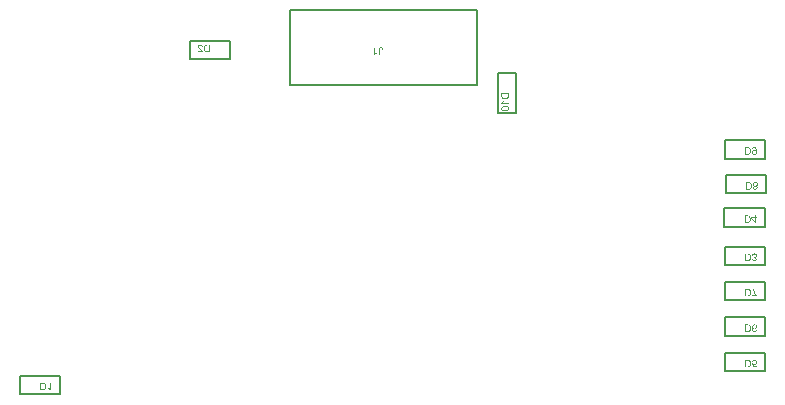
<source format=gbr>
%TF.GenerationSoftware,Altium Limited,Altium Designer,24.7.2 (38)*%
G04 Layer_Color=8388736*
%FSLAX45Y45*%
%MOMM*%
%TF.SameCoordinates,313A2AA4-CFAA-4B56-AAC7-ADE98D6BBF51*%
%TF.FilePolarity,Positive*%
%TF.FileFunction,Other,Board*%
%TF.Part,Single*%
G01*
G75*
%TA.AperFunction,NonConductor*%
%ADD62C,0.20000*%
G36*
X4021694Y6605340D02*
X4023265Y6605248D01*
X4024745Y6604970D01*
X4026131Y6604693D01*
X4027426Y6604323D01*
X4028628Y6603953D01*
X4029737Y6603491D01*
X4030754Y6603029D01*
X4031679Y6602566D01*
X4032418Y6602104D01*
X4033066Y6601734D01*
X4033620Y6601364D01*
X4034083Y6601087D01*
X4034360Y6600810D01*
X4034545Y6600717D01*
X4034637Y6600625D01*
X4035562Y6599700D01*
X4036394Y6598683D01*
X4037226Y6597574D01*
X4037873Y6596464D01*
X4038983Y6594245D01*
X4039722Y6592026D01*
X4040000Y6591009D01*
X4040277Y6589992D01*
X4040462Y6589160D01*
X4040647Y6588421D01*
X4040739Y6587773D01*
Y6587311D01*
X4040832Y6587034D01*
Y6586941D01*
X4032788Y6586109D01*
X4032603Y6588236D01*
X4032233Y6590085D01*
X4031679Y6591749D01*
X4031032Y6593043D01*
X4030477Y6594153D01*
X4029922Y6594893D01*
X4029552Y6595355D01*
X4029367Y6595540D01*
X4027981Y6596649D01*
X4026501Y6597481D01*
X4024929Y6598129D01*
X4023543Y6598498D01*
X4022248Y6598776D01*
X4021139Y6598868D01*
X4020769Y6598961D01*
X4020214D01*
X4018273Y6598868D01*
X4016516Y6598498D01*
X4015037Y6597944D01*
X4013742Y6597389D01*
X4012725Y6596742D01*
X4012078Y6596279D01*
X4011616Y6595910D01*
X4011431Y6595725D01*
X4010321Y6594430D01*
X4009489Y6593136D01*
X4008842Y6591842D01*
X4008472Y6590547D01*
X4008195Y6589530D01*
X4008102Y6588606D01*
X4008010Y6588051D01*
Y6587958D01*
Y6587866D01*
X4008195Y6586202D01*
X4008565Y6584445D01*
X4009212Y6582873D01*
X4009859Y6581394D01*
X4010599Y6580192D01*
X4011246Y6579175D01*
X4011431Y6578805D01*
X4011616Y6578528D01*
X4011801Y6578435D01*
Y6578343D01*
X4012540Y6577326D01*
X4013465Y6576309D01*
X4014482Y6575199D01*
X4015591Y6574090D01*
X4017903Y6571871D01*
X4020214Y6569652D01*
X4021416Y6568635D01*
X4022433Y6567711D01*
X4023450Y6566878D01*
X4024282Y6566139D01*
X4024929Y6565584D01*
X4025484Y6565122D01*
X4025854Y6564844D01*
X4025946Y6564752D01*
X4028258Y6562810D01*
X4030384Y6560961D01*
X4032141Y6559297D01*
X4033528Y6557910D01*
X4034730Y6556708D01*
X4035562Y6555876D01*
X4036024Y6555321D01*
X4036209Y6555229D01*
Y6555136D01*
X4037503Y6553565D01*
X4038520Y6552085D01*
X4039445Y6550606D01*
X4040185Y6549312D01*
X4040739Y6548202D01*
X4041109Y6547370D01*
X4041294Y6546815D01*
X4041387Y6546723D01*
Y6546631D01*
X4041756Y6545614D01*
X4041941Y6544689D01*
X4042126Y6543764D01*
X4042219Y6542932D01*
X4042311Y6542193D01*
Y6541638D01*
Y6541268D01*
Y6541176D01*
X3999874D01*
Y6548757D01*
X4031401D01*
X4030292Y6550329D01*
X4029737Y6550976D01*
X4029275Y6551623D01*
X4028813Y6552178D01*
X4028443Y6552548D01*
X4028165Y6552825D01*
X4028073Y6552918D01*
X4027611Y6553380D01*
X4027056Y6553842D01*
X4025762Y6555044D01*
X4024282Y6556431D01*
X4022711Y6557818D01*
X4021231Y6559020D01*
X4020584Y6559574D01*
X4020029Y6560129D01*
X4019567Y6560499D01*
X4019197Y6560776D01*
X4019012Y6560961D01*
X4018920Y6561054D01*
X4017441Y6562348D01*
X4015961Y6563550D01*
X4014667Y6564752D01*
X4013465Y6565769D01*
X4012355Y6566786D01*
X4011431Y6567711D01*
X4010506Y6568543D01*
X4009767Y6569282D01*
X4009027Y6570022D01*
X4008472Y6570577D01*
X4008010Y6571039D01*
X4007548Y6571501D01*
X4007085Y6572056D01*
X4006901Y6572241D01*
X4005606Y6573813D01*
X4004497Y6575199D01*
X4003572Y6576586D01*
X4002832Y6577696D01*
X4002278Y6578713D01*
X4001908Y6579452D01*
X4001723Y6579915D01*
X4001631Y6580100D01*
X4001076Y6581486D01*
X4000706Y6582873D01*
X4000336Y6584168D01*
X4000151Y6585277D01*
X4000059Y6586294D01*
X3999966Y6587034D01*
Y6587496D01*
Y6587681D01*
X4000059Y6589068D01*
X4000244Y6590362D01*
X4000429Y6591657D01*
X4000798Y6592766D01*
X4001723Y6594985D01*
X4002648Y6596742D01*
X4003202Y6597574D01*
X4003665Y6598221D01*
X4004127Y6598868D01*
X4004589Y6599330D01*
X4004959Y6599700D01*
X4005144Y6600070D01*
X4005329Y6600163D01*
X4005421Y6600255D01*
X4006438Y6601180D01*
X4007548Y6602012D01*
X4008750Y6602659D01*
X4009952Y6603214D01*
X4012355Y6604138D01*
X4014759Y6604785D01*
X4015776Y6604970D01*
X4016793Y6605155D01*
X4017718Y6605248D01*
X4018458Y6605340D01*
X4019105Y6605433D01*
X4020029D01*
X4021694Y6605340D01*
D02*
G37*
G36*
X4102500Y6541176D02*
X4079479D01*
X4077352Y6541268D01*
X4075410Y6541361D01*
X4073654Y6541545D01*
X4072174Y6541730D01*
X4070880Y6541915D01*
X4069956Y6542008D01*
X4069678Y6542100D01*
X4069401Y6542193D01*
X4069216D01*
X4067552Y6542655D01*
X4066072Y6543210D01*
X4064778Y6543672D01*
X4063669Y6544227D01*
X4062744Y6544689D01*
X4062097Y6545059D01*
X4061727Y6545336D01*
X4061542Y6545429D01*
X4060340Y6546261D01*
X4059323Y6547278D01*
X4058306Y6548202D01*
X4057474Y6549127D01*
X4056734Y6549959D01*
X4056180Y6550606D01*
X4055810Y6551068D01*
X4055717Y6551253D01*
X4054793Y6552733D01*
X4053868Y6554304D01*
X4053129Y6555784D01*
X4052574Y6557263D01*
X4052019Y6558557D01*
X4051649Y6559574D01*
X4051557Y6559944D01*
X4051464Y6560222D01*
X4051372Y6560406D01*
Y6560499D01*
X4050817Y6562718D01*
X4050355Y6564937D01*
X4050077Y6567063D01*
X4049800Y6569097D01*
X4049708Y6570854D01*
Y6571594D01*
X4049615Y6572241D01*
Y6572703D01*
Y6573165D01*
Y6573350D01*
Y6573443D01*
X4049708Y6576586D01*
X4049985Y6579452D01*
X4050447Y6582041D01*
X4050632Y6583243D01*
X4050910Y6584260D01*
X4051187Y6585277D01*
X4051372Y6586109D01*
X4051557Y6586849D01*
X4051834Y6587496D01*
X4051927Y6588051D01*
X4052112Y6588421D01*
X4052204Y6588606D01*
Y6588698D01*
X4053221Y6591102D01*
X4054423Y6593228D01*
X4055717Y6595077D01*
X4056919Y6596649D01*
X4058029Y6597944D01*
X4058953Y6598868D01*
X4059323Y6599146D01*
X4059600Y6599423D01*
X4059693Y6599515D01*
X4059785Y6599608D01*
X4061265Y6600810D01*
X4062836Y6601734D01*
X4064408Y6602566D01*
X4065887Y6603214D01*
X4067182Y6603676D01*
X4068199Y6603953D01*
X4068569Y6604138D01*
X4068846D01*
X4069031Y6604231D01*
X4069123D01*
X4070695Y6604508D01*
X4072544Y6604785D01*
X4074393Y6604970D01*
X4076243Y6605063D01*
X4077907Y6605155D01*
X4102500D01*
Y6541176D01*
D02*
G37*
G36*
X6632731Y6171979D02*
X6632639Y6169852D01*
X6632546Y6167910D01*
X6632361Y6166154D01*
X6632176Y6164674D01*
X6631992Y6163380D01*
X6631899Y6162456D01*
X6631807Y6162178D01*
X6631714Y6161901D01*
Y6161716D01*
X6631252Y6160052D01*
X6630697Y6158572D01*
X6630235Y6157278D01*
X6629680Y6156169D01*
X6629218Y6155244D01*
X6628848Y6154597D01*
X6628571Y6154227D01*
X6628478Y6154042D01*
X6627646Y6152840D01*
X6626629Y6151823D01*
X6625705Y6150806D01*
X6624780Y6149974D01*
X6623948Y6149234D01*
X6623301Y6148680D01*
X6622838Y6148310D01*
X6622654Y6148217D01*
X6621174Y6147293D01*
X6619602Y6146368D01*
X6618123Y6145629D01*
X6616644Y6145074D01*
X6615349Y6144519D01*
X6614332Y6144149D01*
X6613963Y6144057D01*
X6613685Y6143964D01*
X6613500Y6143872D01*
X6613408D01*
X6611189Y6143317D01*
X6608970Y6142855D01*
X6606844Y6142578D01*
X6604809Y6142300D01*
X6603053Y6142208D01*
X6602313D01*
X6601666Y6142115D01*
X6601204D01*
X6600741D01*
X6600557D01*
X6600464D01*
X6597321Y6142208D01*
X6594454Y6142485D01*
X6591866Y6142947D01*
X6590664Y6143132D01*
X6589647Y6143410D01*
X6588630Y6143687D01*
X6587798Y6143872D01*
X6587058Y6144057D01*
X6586411Y6144334D01*
X6585856Y6144427D01*
X6585486Y6144612D01*
X6585301Y6144704D01*
X6585209D01*
X6582805Y6145721D01*
X6580678Y6146923D01*
X6578829Y6148217D01*
X6577258Y6149419D01*
X6575963Y6150529D01*
X6575039Y6151453D01*
X6574761Y6151823D01*
X6574484Y6152100D01*
X6574391Y6152193D01*
X6574299Y6152285D01*
X6573097Y6153765D01*
X6572173Y6155336D01*
X6571340Y6156908D01*
X6570693Y6158387D01*
X6570231Y6159682D01*
X6569954Y6160699D01*
X6569769Y6161069D01*
Y6161346D01*
X6569676Y6161531D01*
Y6161623D01*
X6569399Y6163195D01*
X6569121Y6165044D01*
X6568937Y6166893D01*
X6568844Y6168743D01*
X6568752Y6170407D01*
Y6195000D01*
X6632731D01*
Y6171979D01*
D02*
G37*
G36*
X6591588Y6126305D02*
X6590941Y6124918D01*
X6590294Y6123532D01*
X6589647Y6122237D01*
X6589092Y6121128D01*
X6588630Y6120203D01*
X6588260Y6119648D01*
X6588167Y6119556D01*
Y6119464D01*
X6587150Y6117799D01*
X6586133Y6116320D01*
X6585209Y6115026D01*
X6584377Y6114009D01*
X6583730Y6113084D01*
X6583175Y6112529D01*
X6582805Y6112067D01*
X6582713Y6111975D01*
X6632731D01*
Y6104116D01*
X6568474D01*
Y6109201D01*
X6570046Y6110125D01*
X6571525Y6111142D01*
X6573005Y6112344D01*
X6574299Y6113454D01*
X6575408Y6114563D01*
X6576333Y6115395D01*
X6576610Y6115765D01*
X6576888Y6116043D01*
X6576980Y6116135D01*
X6577073Y6116228D01*
X6578644Y6118169D01*
X6580124Y6120111D01*
X6581418Y6121960D01*
X6582435Y6123809D01*
X6583360Y6125381D01*
X6583730Y6126028D01*
X6584007Y6126583D01*
X6584284Y6127045D01*
X6584377Y6127415D01*
X6584562Y6127600D01*
Y6127692D01*
X6592143D01*
X6591588Y6126305D01*
D02*
G37*
G36*
X6604440Y6083868D02*
X6607491Y6083683D01*
X6610264Y6083406D01*
X6612853Y6082943D01*
X6615257Y6082481D01*
X6617384Y6081926D01*
X6619325Y6081372D01*
X6620989Y6080817D01*
X6622469Y6080262D01*
X6623763Y6079615D01*
X6624872Y6079153D01*
X6625705Y6078690D01*
X6626444Y6078228D01*
X6626906Y6077951D01*
X6627184Y6077766D01*
X6627276Y6077673D01*
X6628386Y6076656D01*
X6629403Y6075547D01*
X6630327Y6074345D01*
X6631067Y6073143D01*
X6631714Y6071941D01*
X6632269Y6070739D01*
X6632639Y6069537D01*
X6633009Y6068428D01*
X6633286Y6067318D01*
X6633471Y6066301D01*
X6633656Y6065377D01*
X6633748Y6064637D01*
X6633841Y6063990D01*
Y6063065D01*
X6633656Y6060569D01*
X6633286Y6058258D01*
X6632639Y6056316D01*
X6631992Y6054652D01*
X6631344Y6053265D01*
X6630975Y6052803D01*
X6630697Y6052340D01*
X6630512Y6051971D01*
X6630327Y6051693D01*
X6630142Y6051601D01*
Y6051508D01*
X6628571Y6049844D01*
X6626906Y6048457D01*
X6625057Y6047255D01*
X6623393Y6046331D01*
X6621821Y6045591D01*
X6621174Y6045221D01*
X6620527Y6045036D01*
X6620065Y6044852D01*
X6619695Y6044667D01*
X6619510Y6044574D01*
X6619418D01*
X6618031Y6044112D01*
X6616644Y6043742D01*
X6613685Y6043187D01*
X6610634Y6042725D01*
X6607676Y6042448D01*
X6606381Y6042355D01*
X6605179Y6042263D01*
X6604070D01*
X6603053Y6042170D01*
X6602313D01*
X6601666D01*
X6601296D01*
X6601204D01*
X6599447D01*
X6597783Y6042263D01*
X6596304D01*
X6594824Y6042355D01*
X6593530Y6042540D01*
X6592235Y6042633D01*
X6591126Y6042725D01*
X6590109Y6042910D01*
X6589184Y6043002D01*
X6588352Y6043187D01*
X6587705Y6043280D01*
X6587150Y6043372D01*
X6586688Y6043465D01*
X6586411Y6043557D01*
X6586226Y6043650D01*
X6586133D01*
X6584099Y6044204D01*
X6582250Y6044852D01*
X6580678Y6045591D01*
X6579292Y6046146D01*
X6578090Y6046793D01*
X6577258Y6047163D01*
X6576795Y6047533D01*
X6576610Y6047625D01*
X6575224Y6048642D01*
X6574022Y6049659D01*
X6573005Y6050769D01*
X6572080Y6051786D01*
X6571433Y6052710D01*
X6570971Y6053450D01*
X6570693Y6053912D01*
X6570601Y6054005D01*
Y6054097D01*
X6569861Y6055576D01*
X6569399Y6057148D01*
X6569029Y6058627D01*
X6568752Y6060014D01*
X6568567Y6061216D01*
X6568474Y6062233D01*
Y6063065D01*
X6568659Y6065562D01*
X6569029Y6067873D01*
X6569676Y6069815D01*
X6570323Y6071479D01*
X6571063Y6072866D01*
X6571340Y6073420D01*
X6571710Y6073883D01*
X6571895Y6074253D01*
X6572080Y6074530D01*
X6572265Y6074622D01*
Y6074715D01*
X6573744Y6076379D01*
X6575501Y6077766D01*
X6577258Y6078968D01*
X6578922Y6079892D01*
X6580494Y6080632D01*
X6581141Y6081002D01*
X6581788Y6081187D01*
X6582250Y6081372D01*
X6582620Y6081557D01*
X6582805Y6081649D01*
X6582897D01*
X6584284Y6082019D01*
X6585671Y6082389D01*
X6588722Y6082943D01*
X6591773Y6083406D01*
X6594639Y6083683D01*
X6596026Y6083775D01*
X6597228Y6083868D01*
X6598338D01*
X6599355Y6083960D01*
X6600094D01*
X6600741D01*
X6601111D01*
X6601204D01*
X6604440Y6083868D01*
D02*
G37*
G36*
X8713025Y5736139D02*
X8715336Y5735770D01*
X8717463Y5735122D01*
X8719220Y5734383D01*
X8719959Y5734105D01*
X8720699Y5733736D01*
X8721254Y5733366D01*
X8721808Y5733088D01*
X8722178Y5732903D01*
X8722456Y5732719D01*
X8722640Y5732534D01*
X8722733D01*
X8724582Y5730962D01*
X8726246Y5729205D01*
X8727541Y5727356D01*
X8728650Y5725599D01*
X8729575Y5724028D01*
X8729944Y5723288D01*
X8730222Y5722733D01*
X8730407Y5722179D01*
X8730592Y5721809D01*
X8730684Y5721624D01*
Y5721531D01*
X8731146Y5720145D01*
X8731609Y5718573D01*
X8732256Y5715429D01*
X8732718Y5712101D01*
X8732995Y5708957D01*
X8733180Y5707570D01*
X8733273Y5706184D01*
Y5704982D01*
X8733365Y5703965D01*
Y5703133D01*
Y5702485D01*
Y5702023D01*
Y5701931D01*
Y5699804D01*
X8733273Y5697770D01*
X8733088Y5695921D01*
X8732903Y5694164D01*
X8732718Y5692593D01*
X8732533Y5691113D01*
X8732256Y5689726D01*
X8731978Y5688525D01*
X8731701Y5687508D01*
X8731516Y5686583D01*
X8731239Y5685751D01*
X8731054Y5685104D01*
X8730869Y5684641D01*
X8730684Y5684272D01*
X8730592Y5684087D01*
Y5683994D01*
X8729482Y5681775D01*
X8728280Y5679834D01*
X8726893Y5678169D01*
X8725691Y5676783D01*
X8724490Y5675766D01*
X8723565Y5675026D01*
X8723195Y5674749D01*
X8722918Y5674564D01*
X8722825Y5674379D01*
X8722733D01*
X8720791Y5673269D01*
X8718850Y5672437D01*
X8716908Y5671790D01*
X8715151Y5671420D01*
X8713580Y5671143D01*
X8712933Y5671050D01*
X8712470D01*
X8712008Y5670958D01*
X8711361D01*
X8709789Y5671050D01*
X8708310Y5671235D01*
X8706830Y5671513D01*
X8705536Y5671882D01*
X8703040Y5672899D01*
X8701930Y5673362D01*
X8701006Y5673917D01*
X8700081Y5674564D01*
X8699342Y5675026D01*
X8698602Y5675581D01*
X8698047Y5676043D01*
X8697585Y5676413D01*
X8697307Y5676690D01*
X8697123Y5676875D01*
X8697030Y5676968D01*
X8696013Y5678077D01*
X8695181Y5679371D01*
X8694349Y5680573D01*
X8693702Y5681868D01*
X8693147Y5683255D01*
X8692685Y5684549D01*
X8692037Y5686953D01*
X8691760Y5688155D01*
X8691575Y5689172D01*
X8691483Y5690189D01*
X8691390Y5691021D01*
X8691298Y5691668D01*
Y5692130D01*
Y5692500D01*
Y5692593D01*
X8691390Y5694349D01*
X8691575Y5695921D01*
X8691760Y5697493D01*
X8692130Y5698972D01*
X8692592Y5700266D01*
X8693054Y5701561D01*
X8693517Y5702670D01*
X8694072Y5703687D01*
X8694534Y5704612D01*
X8694996Y5705444D01*
X8695458Y5706091D01*
X8695921Y5706738D01*
X8696290Y5707201D01*
X8696475Y5707478D01*
X8696660Y5707663D01*
X8696753Y5707755D01*
X8697770Y5708772D01*
X8698879Y5709605D01*
X8699989Y5710437D01*
X8701191Y5711084D01*
X8702300Y5711639D01*
X8703410Y5712101D01*
X8705536Y5712748D01*
X8706461Y5713025D01*
X8707385Y5713210D01*
X8708125Y5713303D01*
X8708864Y5713395D01*
X8709419Y5713488D01*
X8710159D01*
X8711916Y5713395D01*
X8713580Y5713118D01*
X8715059Y5712748D01*
X8716446Y5712286D01*
X8717463Y5711916D01*
X8718295Y5711546D01*
X8718850Y5711269D01*
X8719035Y5711176D01*
X8720514Y5710252D01*
X8721808Y5709235D01*
X8722918Y5708218D01*
X8723842Y5707293D01*
X8724490Y5706369D01*
X8725044Y5705721D01*
X8725414Y5705259D01*
X8725507Y5705074D01*
Y5705814D01*
Y5706276D01*
Y5706553D01*
Y5706646D01*
X8725414Y5708495D01*
X8725322Y5710252D01*
X8725137Y5711823D01*
X8724952Y5713303D01*
X8724674Y5714505D01*
X8724490Y5715429D01*
X8724397Y5715799D01*
Y5716076D01*
X8724305Y5716169D01*
Y5716261D01*
X8723842Y5717926D01*
X8723380Y5719405D01*
X8722918Y5720699D01*
X8722456Y5721809D01*
X8722086Y5722641D01*
X8721716Y5723288D01*
X8721531Y5723750D01*
X8721438Y5723843D01*
X8720699Y5724860D01*
X8719959Y5725692D01*
X8719220Y5726432D01*
X8718480Y5727079D01*
X8717925Y5727633D01*
X8717370Y5728003D01*
X8717001Y5728188D01*
X8716908Y5728281D01*
X8715891Y5728835D01*
X8714782Y5729205D01*
X8713765Y5729483D01*
X8712748Y5729667D01*
X8711916Y5729760D01*
X8711268Y5729852D01*
X8710621D01*
X8709142Y5729760D01*
X8707755Y5729483D01*
X8706553Y5729113D01*
X8705536Y5728650D01*
X8704796Y5728281D01*
X8704149Y5727911D01*
X8703779Y5727633D01*
X8703687Y5727541D01*
X8702762Y5726524D01*
X8702023Y5725322D01*
X8701376Y5724028D01*
X8700913Y5722733D01*
X8700543Y5721624D01*
X8700266Y5720607D01*
X8700174Y5720237D01*
Y5720052D01*
X8700081Y5719867D01*
Y5719775D01*
X8692500Y5720422D01*
X8693054Y5723103D01*
X8693794Y5725415D01*
X8694719Y5727449D01*
X8695643Y5729113D01*
X8696568Y5730407D01*
X8697030Y5730962D01*
X8697400Y5731424D01*
X8697677Y5731702D01*
X8697955Y5731979D01*
X8698047Y5732071D01*
X8698140Y5732164D01*
X8699064Y5732903D01*
X8700081Y5733551D01*
X8702115Y5734568D01*
X8704149Y5735307D01*
X8706091Y5735770D01*
X8707847Y5736139D01*
X8708587Y5736232D01*
X8709234D01*
X8709697Y5736324D01*
X8710436D01*
X8713025Y5736139D01*
D02*
G37*
G36*
X8655148Y5735122D02*
X8657089Y5735030D01*
X8658846Y5734845D01*
X8660325Y5734660D01*
X8661619Y5734475D01*
X8662544Y5734383D01*
X8662821Y5734290D01*
X8663099Y5734198D01*
X8663284D01*
X8664948Y5733736D01*
X8666427Y5733181D01*
X8667722Y5732719D01*
X8668831Y5732164D01*
X8669756Y5731702D01*
X8670403Y5731332D01*
X8670773Y5731054D01*
X8670958Y5730962D01*
X8672159Y5730130D01*
X8673176Y5729113D01*
X8674193Y5728188D01*
X8675026Y5727264D01*
X8675765Y5726432D01*
X8676320Y5725784D01*
X8676690Y5725322D01*
X8676782Y5725137D01*
X8677707Y5723658D01*
X8678631Y5722086D01*
X8679371Y5720607D01*
X8679926Y5719127D01*
X8680480Y5717833D01*
X8680850Y5716816D01*
X8680943Y5716446D01*
X8681035Y5716169D01*
X8681128Y5715984D01*
Y5715892D01*
X8681682Y5713673D01*
X8682145Y5711454D01*
X8682422Y5709327D01*
X8682699Y5707293D01*
X8682792Y5705536D01*
Y5704797D01*
X8682884Y5704150D01*
Y5703687D01*
Y5703225D01*
Y5703040D01*
Y5702948D01*
X8682792Y5699804D01*
X8682515Y5696938D01*
X8682052Y5694349D01*
X8681867Y5693147D01*
X8681590Y5692130D01*
X8681313Y5691113D01*
X8681128Y5690281D01*
X8680943Y5689542D01*
X8680665Y5688894D01*
X8680573Y5688340D01*
X8680388Y5687970D01*
X8680296Y5687785D01*
Y5687692D01*
X8679279Y5685289D01*
X8678077Y5683162D01*
X8676782Y5681313D01*
X8675580Y5679741D01*
X8674471Y5678447D01*
X8673546Y5677522D01*
X8673176Y5677245D01*
X8672899Y5676968D01*
X8672807Y5676875D01*
X8672714Y5676783D01*
X8671235Y5675581D01*
X8669663Y5674656D01*
X8668091Y5673824D01*
X8666612Y5673177D01*
X8665318Y5672715D01*
X8664301Y5672437D01*
X8663931Y5672252D01*
X8663653D01*
X8663469Y5672160D01*
X8663376D01*
X8661804Y5671882D01*
X8659955Y5671605D01*
X8658106Y5671420D01*
X8656257Y5671328D01*
X8654593Y5671235D01*
X8630000D01*
Y5735215D01*
X8653021D01*
X8655148Y5735122D01*
D02*
G37*
G36*
X5552505Y6581017D02*
X5553245Y6580925D01*
X5553984Y6580832D01*
X5555926Y6580462D01*
X5557960Y6579908D01*
X5560086Y6579075D01*
X5561196Y6578521D01*
X5562213Y6577874D01*
X5563137Y6577134D01*
X5564062Y6576302D01*
X5564154Y6576209D01*
X5564247Y6576117D01*
X5564432Y6575747D01*
X5564709Y6575377D01*
X5565079Y6574915D01*
X5565449Y6574268D01*
X5565819Y6573528D01*
X5566281Y6572696D01*
X5566651Y6571771D01*
X5567021Y6570662D01*
X5567390Y6569553D01*
X5567760Y6568258D01*
X5567945Y6566871D01*
X5568223Y6565300D01*
X5568315Y6563728D01*
Y6561971D01*
X5560641Y6560862D01*
Y6560954D01*
Y6561139D01*
Y6561509D01*
X5560549Y6562064D01*
X5560456Y6562618D01*
Y6563266D01*
X5560179Y6564837D01*
X5559902Y6566501D01*
X5559347Y6568166D01*
X5558792Y6569645D01*
X5558422Y6570292D01*
X5557960Y6570847D01*
X5557867Y6570939D01*
X5557498Y6571217D01*
X5556943Y6571679D01*
X5556203Y6572141D01*
X5555186Y6572696D01*
X5554077Y6573066D01*
X5552690Y6573436D01*
X5551211Y6573528D01*
X5550656D01*
X5550101Y6573436D01*
X5549269Y6573343D01*
X5548437Y6573158D01*
X5547512Y6572973D01*
X5546588Y6572604D01*
X5545663Y6572141D01*
X5545571Y6572049D01*
X5545293Y6571864D01*
X5544924Y6571494D01*
X5544369Y6571124D01*
X5543907Y6570477D01*
X5543352Y6569830D01*
X5542890Y6569090D01*
X5542520Y6568166D01*
Y6568073D01*
X5542335Y6567703D01*
X5542242Y6567056D01*
X5542057Y6566224D01*
X5541873Y6565115D01*
X5541780Y6563728D01*
X5541595Y6562064D01*
Y6560122D01*
Y6516020D01*
X5533089D01*
Y6559660D01*
Y6559752D01*
Y6560030D01*
Y6560399D01*
Y6560954D01*
X5533182Y6561694D01*
Y6562433D01*
X5533367Y6564190D01*
X5533552Y6566224D01*
X5533921Y6568351D01*
X5534476Y6570292D01*
X5535123Y6572141D01*
Y6572234D01*
X5535216Y6572326D01*
X5535493Y6572881D01*
X5535955Y6573621D01*
X5536603Y6574638D01*
X5537527Y6575655D01*
X5538544Y6576764D01*
X5539839Y6577874D01*
X5541318Y6578798D01*
X5541503Y6578891D01*
X5542057Y6579168D01*
X5542890Y6579538D01*
X5544092Y6579908D01*
X5545571Y6580370D01*
X5547235Y6580740D01*
X5549084Y6581017D01*
X5551118Y6581110D01*
X5551950D01*
X5552505Y6581017D01*
D02*
G37*
G36*
X5500730Y6529981D02*
X5500822Y6530074D01*
X5501284Y6530444D01*
X5501839Y6530998D01*
X5502764Y6531646D01*
X5503781Y6532478D01*
X5505075Y6533402D01*
X5506554Y6534419D01*
X5508219Y6535436D01*
X5508311D01*
X5508404Y6535529D01*
X5508958Y6535899D01*
X5509883Y6536361D01*
X5510992Y6536916D01*
X5512287Y6537563D01*
X5513674Y6538210D01*
X5515060Y6538857D01*
X5516447Y6539412D01*
Y6531830D01*
X5516355D01*
X5516170Y6531646D01*
X5515800Y6531553D01*
X5515338Y6531276D01*
X5514783Y6530998D01*
X5514136Y6530629D01*
X5512564Y6529704D01*
X5510715Y6528687D01*
X5508866Y6527393D01*
X5506924Y6525913D01*
X5504983Y6524342D01*
X5504890Y6524249D01*
X5504798Y6524157D01*
X5504520Y6523879D01*
X5504151Y6523602D01*
X5503318Y6522677D01*
X5502209Y6521568D01*
X5501099Y6520273D01*
X5499898Y6518794D01*
X5498881Y6517315D01*
X5497956Y6515743D01*
X5492871D01*
Y6580000D01*
X5500730D01*
Y6529981D01*
D02*
G37*
G36*
X8721805Y5143477D02*
X8730496D01*
Y5136265D01*
X8721805D01*
Y5094845D01*
X8715425D01*
X8686117Y5136265D01*
Y5143477D01*
X8713946D01*
Y5158824D01*
X8721805D01*
Y5143477D01*
D02*
G37*
G36*
X8652648Y5158732D02*
X8654589Y5158639D01*
X8656346Y5158455D01*
X8657825Y5158270D01*
X8659120Y5158085D01*
X8660044Y5157992D01*
X8660322Y5157900D01*
X8660599Y5157807D01*
X8660784D01*
X8662448Y5157345D01*
X8663927Y5156790D01*
X8665222Y5156328D01*
X8666331Y5155773D01*
X8667256Y5155311D01*
X8667903Y5154941D01*
X8668273Y5154664D01*
X8668458Y5154571D01*
X8669660Y5153739D01*
X8670677Y5152722D01*
X8671694Y5151798D01*
X8672526Y5150873D01*
X8673265Y5150041D01*
X8673820Y5149394D01*
X8674190Y5148932D01*
X8674282Y5148747D01*
X8675207Y5147267D01*
X8676131Y5145696D01*
X8676871Y5144216D01*
X8677426Y5142737D01*
X8677981Y5141443D01*
X8678350Y5140426D01*
X8678443Y5140056D01*
X8678535Y5139778D01*
X8678628Y5139593D01*
Y5139501D01*
X8679183Y5137282D01*
X8679645Y5135063D01*
X8679922Y5132937D01*
X8680200Y5130903D01*
X8680292Y5129146D01*
Y5128406D01*
X8680384Y5127759D01*
Y5127297D01*
Y5126835D01*
Y5126650D01*
Y5126557D01*
X8680292Y5123414D01*
X8680015Y5120548D01*
X8679552Y5117959D01*
X8679367Y5116757D01*
X8679090Y5115740D01*
X8678813Y5114723D01*
X8678628Y5113891D01*
X8678443Y5113151D01*
X8678166Y5112504D01*
X8678073Y5111949D01*
X8677888Y5111579D01*
X8677796Y5111394D01*
Y5111302D01*
X8676779Y5108898D01*
X8675577Y5106772D01*
X8674282Y5104922D01*
X8673080Y5103351D01*
X8671971Y5102056D01*
X8671046Y5101132D01*
X8670677Y5100854D01*
X8670399Y5100577D01*
X8670307Y5100485D01*
X8670214Y5100392D01*
X8668735Y5099190D01*
X8667163Y5098266D01*
X8665592Y5097434D01*
X8664112Y5096786D01*
X8662818Y5096324D01*
X8661801Y5096047D01*
X8661431Y5095862D01*
X8661154D01*
X8660969Y5095769D01*
X8660876D01*
X8659304Y5095492D01*
X8657455Y5095215D01*
X8655606Y5095030D01*
X8653757Y5094937D01*
X8652093Y5094845D01*
X8627500D01*
Y5158824D01*
X8650521D01*
X8652648Y5158732D01*
D02*
G37*
G36*
X8662648Y5440122D02*
X8664589Y5440030D01*
X8666346Y5439845D01*
X8667825Y5439660D01*
X8669120Y5439475D01*
X8670044Y5439383D01*
X8670322Y5439290D01*
X8670599Y5439198D01*
X8670784D01*
X8672448Y5438735D01*
X8673928Y5438181D01*
X8675222Y5437718D01*
X8676331Y5437164D01*
X8677256Y5436701D01*
X8677903Y5436332D01*
X8678273Y5436054D01*
X8678458Y5435962D01*
X8679660Y5435130D01*
X8680677Y5434113D01*
X8681694Y5433188D01*
X8682526Y5432263D01*
X8683266Y5431431D01*
X8683820Y5430784D01*
X8684190Y5430322D01*
X8684283Y5430137D01*
X8685207Y5428658D01*
X8686132Y5427086D01*
X8686871Y5425607D01*
X8687426Y5424127D01*
X8687981Y5422833D01*
X8688351Y5421816D01*
X8688443Y5421446D01*
X8688536Y5421169D01*
X8688628Y5420984D01*
Y5420891D01*
X8689183Y5418672D01*
X8689645Y5416453D01*
X8689922Y5414327D01*
X8690200Y5412293D01*
X8690292Y5410536D01*
Y5409797D01*
X8690385Y5409149D01*
Y5408687D01*
Y5408225D01*
Y5408040D01*
Y5407948D01*
X8690292Y5404804D01*
X8690015Y5401938D01*
X8689553Y5399349D01*
X8689368Y5398147D01*
X8689090Y5397130D01*
X8688813Y5396113D01*
X8688628Y5395281D01*
X8688443Y5394541D01*
X8688166Y5393894D01*
X8688073Y5393339D01*
X8687888Y5392970D01*
X8687796Y5392785D01*
Y5392692D01*
X8686779Y5390288D01*
X8685577Y5388162D01*
X8684283Y5386313D01*
X8683081Y5384741D01*
X8681971Y5383447D01*
X8681047Y5382522D01*
X8680677Y5382245D01*
X8680399Y5381967D01*
X8680307Y5381875D01*
X8680215Y5381782D01*
X8678735Y5380581D01*
X8677163Y5379656D01*
X8675592Y5378824D01*
X8674112Y5378177D01*
X8672818Y5377714D01*
X8671801Y5377437D01*
X8671431Y5377252D01*
X8671154D01*
X8670969Y5377160D01*
X8670876D01*
X8669305Y5376882D01*
X8667456Y5376605D01*
X8665606Y5376420D01*
X8663757Y5376328D01*
X8662093Y5376235D01*
X8637500D01*
Y5440215D01*
X8660521D01*
X8662648Y5440122D01*
D02*
G37*
G36*
X8721542Y5441232D02*
X8723114Y5441047D01*
X8724686Y5440769D01*
X8726165Y5440492D01*
X8727460Y5440030D01*
X8728754Y5439567D01*
X8729956Y5439105D01*
X8730973Y5438550D01*
X8731897Y5437996D01*
X8732730Y5437533D01*
X8733377Y5437071D01*
X8734024Y5436609D01*
X8734486Y5436332D01*
X8734764Y5436054D01*
X8734948Y5435869D01*
X8735041Y5435777D01*
X8736058Y5434667D01*
X8736983Y5433558D01*
X8737722Y5432448D01*
X8738369Y5431246D01*
X8739017Y5430137D01*
X8739479Y5428935D01*
X8740126Y5426809D01*
X8740403Y5425792D01*
X8740588Y5424867D01*
X8740681Y5424035D01*
X8740773Y5423388D01*
X8740866Y5422833D01*
Y5422371D01*
Y5422093D01*
Y5422001D01*
X8740773Y5419874D01*
X8740403Y5417933D01*
X8739849Y5416176D01*
X8739294Y5414697D01*
X8738739Y5413495D01*
X8738184Y5412570D01*
X8737815Y5412016D01*
X8737722Y5411923D01*
Y5411831D01*
X8736428Y5410351D01*
X8735041Y5409057D01*
X8733562Y5408040D01*
X8732175Y5407115D01*
X8730880Y5406468D01*
X8729771Y5406006D01*
X8729401Y5405821D01*
X8729124Y5405729D01*
X8728939Y5405636D01*
X8728846D01*
X8730511Y5404896D01*
X8731897Y5404064D01*
X8733099Y5403232D01*
X8734116Y5402400D01*
X8734856Y5401661D01*
X8735411Y5401106D01*
X8735781Y5400736D01*
X8735873Y5400551D01*
X8736705Y5399257D01*
X8737260Y5397962D01*
X8737722Y5396668D01*
X8738000Y5395374D01*
X8738184Y5394356D01*
X8738277Y5393524D01*
Y5392970D01*
Y5392877D01*
Y5392785D01*
X8738184Y5391490D01*
X8738092Y5390288D01*
X8737445Y5387977D01*
X8736613Y5385943D01*
X8735688Y5384186D01*
X8734764Y5382799D01*
X8734301Y5382245D01*
X8733931Y5381690D01*
X8733562Y5381320D01*
X8733284Y5381043D01*
X8733192Y5380950D01*
X8733099Y5380858D01*
X8732082Y5380026D01*
X8731065Y5379194D01*
X8729956Y5378547D01*
X8728846Y5377992D01*
X8726627Y5377160D01*
X8724409Y5376605D01*
X8723484Y5376328D01*
X8722559Y5376235D01*
X8721727Y5376143D01*
X8720988Y5376050D01*
X8720433Y5375958D01*
X8719601D01*
X8718122Y5376050D01*
X8716642Y5376143D01*
X8714053Y5376697D01*
X8712852Y5377067D01*
X8711742Y5377437D01*
X8710725Y5377899D01*
X8709800Y5378362D01*
X8709061Y5378824D01*
X8708321Y5379286D01*
X8707674Y5379656D01*
X8707212Y5380026D01*
X8706842Y5380303D01*
X8706565Y5380581D01*
X8706380Y5380673D01*
X8706287Y5380765D01*
X8705455Y5381690D01*
X8704623Y5382615D01*
X8703976Y5383632D01*
X8703421Y5384649D01*
X8702496Y5386590D01*
X8701942Y5388439D01*
X8701572Y5390011D01*
X8701479Y5390751D01*
X8701387Y5391305D01*
X8701295Y5391860D01*
Y5392230D01*
Y5392415D01*
Y5392507D01*
X8701387Y5394172D01*
X8701664Y5395743D01*
X8702034Y5397130D01*
X8702496Y5398332D01*
X8702866Y5399257D01*
X8703236Y5399996D01*
X8703513Y5400366D01*
X8703606Y5400551D01*
X8704623Y5401661D01*
X8705732Y5402678D01*
X8706934Y5403602D01*
X8708136Y5404342D01*
X8709246Y5404896D01*
X8710078Y5405266D01*
X8710448Y5405451D01*
X8710725Y5405544D01*
X8710817Y5405636D01*
X8710910D01*
X8708783Y5406283D01*
X8707027Y5407115D01*
X8705455Y5408132D01*
X8704161Y5409057D01*
X8703144Y5409982D01*
X8702404Y5410721D01*
X8702034Y5411183D01*
X8701849Y5411276D01*
Y5411368D01*
X8700832Y5413033D01*
X8700000Y5414789D01*
X8699445Y5416453D01*
X8699076Y5418118D01*
X8698891Y5419597D01*
X8698798Y5420244D01*
Y5420799D01*
X8698706Y5421169D01*
Y5421539D01*
Y5421723D01*
Y5421816D01*
X8698798Y5423295D01*
X8698983Y5424775D01*
X8699260Y5426161D01*
X8699630Y5427548D01*
X8700555Y5429860D01*
X8701017Y5430969D01*
X8701572Y5431894D01*
X8702127Y5432818D01*
X8702589Y5433558D01*
X8703144Y5434205D01*
X8703513Y5434760D01*
X8703883Y5435222D01*
X8704161Y5435499D01*
X8704346Y5435684D01*
X8704438Y5435777D01*
X8705547Y5436794D01*
X8706749Y5437626D01*
X8708044Y5438366D01*
X8709338Y5439013D01*
X8710540Y5439475D01*
X8711834Y5439937D01*
X8714331Y5440584D01*
X8715440Y5440862D01*
X8716457Y5441047D01*
X8717382Y5441139D01*
X8718214Y5441232D01*
X8718861Y5441324D01*
X8719786D01*
X8721542Y5441232D01*
D02*
G37*
G36*
X8713395Y4836231D02*
X8714967Y4836046D01*
X8716538Y4835769D01*
X8718018Y4835399D01*
X8719404Y4834937D01*
X8720606Y4834475D01*
X8721808Y4833920D01*
X8722825Y4833365D01*
X8723842Y4832903D01*
X8724674Y4832348D01*
X8725414Y4831886D01*
X8725969Y4831424D01*
X8726431Y4831054D01*
X8726801Y4830776D01*
X8726986Y4830592D01*
X8727078Y4830499D01*
X8728188Y4829390D01*
X8729112Y4828188D01*
X8729944Y4826986D01*
X8730684Y4825784D01*
X8731239Y4824674D01*
X8731794Y4823472D01*
X8732533Y4821254D01*
X8732718Y4820236D01*
X8732903Y4819312D01*
X8733088Y4818480D01*
X8733180Y4817740D01*
X8733273Y4817185D01*
Y4816723D01*
Y4816446D01*
Y4816353D01*
X8733180Y4814134D01*
X8732811Y4812100D01*
X8732256Y4810344D01*
X8731701Y4808864D01*
X8731146Y4807662D01*
X8730592Y4806738D01*
X8730222Y4806183D01*
X8730129Y4805998D01*
X8728835Y4804611D01*
X8727448Y4803409D01*
X8725969Y4802485D01*
X8724490Y4801745D01*
X8723195Y4801191D01*
X8722178Y4800821D01*
X8721808Y4800728D01*
X8721531Y4800636D01*
X8721346Y4800543D01*
X8721254D01*
X8722825Y4799711D01*
X8724120Y4798879D01*
X8725229Y4797955D01*
X8726154Y4797122D01*
X8726893Y4796383D01*
X8727448Y4795736D01*
X8727725Y4795366D01*
X8727818Y4795181D01*
X8728558Y4793887D01*
X8729112Y4792592D01*
X8729575Y4791298D01*
X8729852Y4790096D01*
X8730037Y4789079D01*
X8730129Y4788339D01*
Y4787784D01*
Y4787600D01*
X8730037Y4786028D01*
X8729760Y4784456D01*
X8729390Y4783069D01*
X8728927Y4781867D01*
X8728465Y4780850D01*
X8728095Y4780018D01*
X8727818Y4779556D01*
X8727725Y4779371D01*
X8726801Y4777984D01*
X8725691Y4776782D01*
X8724582Y4775765D01*
X8723473Y4774841D01*
X8722548Y4774193D01*
X8721716Y4773639D01*
X8721161Y4773361D01*
X8721069Y4773269D01*
X8720976D01*
X8719312Y4772529D01*
X8717648Y4771974D01*
X8715984Y4771512D01*
X8714504Y4771235D01*
X8713302Y4771050D01*
X8712285Y4770957D01*
X8709974D01*
X8708680Y4771142D01*
X8706183Y4771605D01*
X8704057Y4772344D01*
X8702208Y4773084D01*
X8701376Y4773546D01*
X8700728Y4773916D01*
X8700081Y4774286D01*
X8699619Y4774656D01*
X8699249Y4774933D01*
X8698972Y4775118D01*
X8698787Y4775210D01*
X8698694Y4775303D01*
X8696938Y4777060D01*
X8695551Y4779001D01*
X8694441Y4781035D01*
X8693517Y4783069D01*
X8692962Y4784826D01*
X8692685Y4785565D01*
X8692500Y4786213D01*
X8692407Y4786767D01*
X8692315Y4787137D01*
X8692222Y4787415D01*
Y4787507D01*
X8700081Y4788894D01*
X8700451Y4786860D01*
X8701006Y4785103D01*
X8701653Y4783624D01*
X8702300Y4782422D01*
X8702947Y4781497D01*
X8703502Y4780850D01*
X8703872Y4780388D01*
X8703964Y4780295D01*
X8705166Y4779371D01*
X8706461Y4778631D01*
X8707663Y4778169D01*
X8708864Y4777799D01*
X8709974Y4777614D01*
X8710806Y4777429D01*
X8711546D01*
X8713210Y4777522D01*
X8714689Y4777892D01*
X8715984Y4778354D01*
X8717093Y4778816D01*
X8717925Y4779371D01*
X8718572Y4779833D01*
X8719035Y4780203D01*
X8719127Y4780295D01*
X8720144Y4781405D01*
X8720884Y4782607D01*
X8721346Y4783809D01*
X8721716Y4784918D01*
X8721901Y4785935D01*
X8722086Y4786675D01*
Y4787230D01*
Y4787322D01*
Y4787415D01*
Y4788432D01*
X8721901Y4789356D01*
X8721438Y4790928D01*
X8720791Y4792315D01*
X8720052Y4793517D01*
X8719312Y4794349D01*
X8718665Y4794996D01*
X8718203Y4795366D01*
X8718110Y4795458D01*
X8718018D01*
X8716446Y4796290D01*
X8714967Y4796938D01*
X8713395Y4797400D01*
X8712008Y4797677D01*
X8710806Y4797862D01*
X8709789Y4798047D01*
X8708587D01*
X8708217Y4797955D01*
X8707755D01*
X8706830Y4804889D01*
X8708032Y4804611D01*
X8709142Y4804427D01*
X8710066Y4804242D01*
X8710899Y4804149D01*
X8711546Y4804057D01*
X8712378D01*
X8714319Y4804242D01*
X8716076Y4804611D01*
X8717648Y4805166D01*
X8718942Y4805813D01*
X8719959Y4806461D01*
X8720699Y4807015D01*
X8721161Y4807385D01*
X8721346Y4807570D01*
X8722548Y4808957D01*
X8723473Y4810436D01*
X8724120Y4811915D01*
X8724490Y4813395D01*
X8724767Y4814597D01*
X8724859Y4815614D01*
X8724952Y4815984D01*
Y4816261D01*
Y4816446D01*
Y4816538D01*
X8724767Y4818572D01*
X8724305Y4820421D01*
X8723750Y4821993D01*
X8723010Y4823380D01*
X8722271Y4824489D01*
X8721716Y4825322D01*
X8721254Y4825876D01*
X8721069Y4826061D01*
X8719589Y4827356D01*
X8718018Y4828280D01*
X8716446Y4828927D01*
X8714967Y4829390D01*
X8713672Y4829667D01*
X8712655Y4829759D01*
X8712285Y4829852D01*
X8711731D01*
X8710066Y4829759D01*
X8708495Y4829390D01*
X8707108Y4828927D01*
X8705998Y4828373D01*
X8705074Y4827910D01*
X8704334Y4827448D01*
X8703964Y4827078D01*
X8703779Y4826986D01*
X8702670Y4825691D01*
X8701745Y4824212D01*
X8700913Y4822640D01*
X8700266Y4820976D01*
X8699804Y4819589D01*
X8699619Y4818942D01*
X8699526Y4818387D01*
X8699434Y4817925D01*
X8699342Y4817555D01*
X8699249Y4817370D01*
Y4817278D01*
X8691390Y4818295D01*
X8691575Y4819774D01*
X8691853Y4821161D01*
X8692685Y4823750D01*
X8693702Y4825969D01*
X8694256Y4826893D01*
X8694811Y4827818D01*
X8695366Y4828650D01*
X8695921Y4829297D01*
X8696383Y4829944D01*
X8696845Y4830407D01*
X8697123Y4830776D01*
X8697400Y4831054D01*
X8697585Y4831239D01*
X8697677Y4831331D01*
X8698787Y4832163D01*
X8699896Y4832995D01*
X8701006Y4833643D01*
X8702208Y4834197D01*
X8704519Y4835122D01*
X8706738Y4835677D01*
X8707755Y4835862D01*
X8708680Y4836046D01*
X8709512Y4836139D01*
X8710251Y4836231D01*
X8710806Y4836324D01*
X8711638D01*
X8713395Y4836231D01*
D02*
G37*
G36*
X8655148Y4835122D02*
X8657089Y4835029D01*
X8658846Y4834845D01*
X8660325Y4834660D01*
X8661619Y4834475D01*
X8662544Y4834382D01*
X8662821Y4834290D01*
X8663099Y4834197D01*
X8663284D01*
X8664948Y4833735D01*
X8666427Y4833180D01*
X8667722Y4832718D01*
X8668831Y4832163D01*
X8669756Y4831701D01*
X8670403Y4831331D01*
X8670773Y4831054D01*
X8670958Y4830961D01*
X8672159Y4830129D01*
X8673176Y4829112D01*
X8674193Y4828188D01*
X8675026Y4827263D01*
X8675765Y4826431D01*
X8676320Y4825784D01*
X8676690Y4825322D01*
X8676782Y4825137D01*
X8677707Y4823657D01*
X8678631Y4822086D01*
X8679371Y4820606D01*
X8679926Y4819127D01*
X8680480Y4817833D01*
X8680850Y4816816D01*
X8680943Y4816446D01*
X8681035Y4816168D01*
X8681128Y4815984D01*
Y4815891D01*
X8681682Y4813672D01*
X8682145Y4811453D01*
X8682422Y4809327D01*
X8682699Y4807293D01*
X8682792Y4805536D01*
Y4804796D01*
X8682884Y4804149D01*
Y4803687D01*
Y4803225D01*
Y4803040D01*
Y4802947D01*
X8682792Y4799804D01*
X8682515Y4796938D01*
X8682052Y4794349D01*
X8681867Y4793147D01*
X8681590Y4792130D01*
X8681313Y4791113D01*
X8681128Y4790281D01*
X8680943Y4789541D01*
X8680665Y4788894D01*
X8680573Y4788339D01*
X8680388Y4787969D01*
X8680296Y4787784D01*
Y4787692D01*
X8679279Y4785288D01*
X8678077Y4783162D01*
X8676782Y4781313D01*
X8675580Y4779741D01*
X8674471Y4778446D01*
X8673546Y4777522D01*
X8673176Y4777244D01*
X8672899Y4776967D01*
X8672807Y4776875D01*
X8672714Y4776782D01*
X8671235Y4775580D01*
X8669663Y4774656D01*
X8668091Y4773824D01*
X8666612Y4773176D01*
X8665318Y4772714D01*
X8664301Y4772437D01*
X8663931Y4772252D01*
X8663653D01*
X8663469Y4772159D01*
X8663376D01*
X8661804Y4771882D01*
X8659955Y4771605D01*
X8658106Y4771420D01*
X8656257Y4771327D01*
X8654593Y4771235D01*
X8630000D01*
Y4835214D01*
X8653021D01*
X8655148Y4835122D01*
D02*
G37*
G36*
X8709142Y4532811D02*
X8709604Y4529575D01*
X8710066Y4526616D01*
X8710344Y4525229D01*
X8710621Y4523935D01*
X8710806Y4522825D01*
X8711083Y4521808D01*
X8711268Y4520884D01*
X8711453Y4520144D01*
X8711638Y4519589D01*
X8711731Y4519127D01*
X8711823Y4518850D01*
Y4518757D01*
X8713210Y4514504D01*
X8714689Y4510529D01*
X8715429Y4508587D01*
X8716168Y4506738D01*
X8717001Y4505074D01*
X8717740Y4503410D01*
X8718387Y4501930D01*
X8719035Y4500636D01*
X8719589Y4499526D01*
X8720052Y4498509D01*
X8720514Y4497677D01*
X8720791Y4497123D01*
X8720976Y4496753D01*
X8721069Y4496660D01*
X8722178Y4494719D01*
X8723288Y4492777D01*
X8724397Y4491020D01*
X8725507Y4489356D01*
X8726524Y4487877D01*
X8727541Y4486398D01*
X8728558Y4485103D01*
X8729390Y4483994D01*
X8730222Y4482884D01*
X8730961Y4481960D01*
X8731701Y4481220D01*
X8732256Y4480573D01*
X8732626Y4480018D01*
X8732995Y4479648D01*
X8733180Y4479463D01*
X8733273Y4479371D01*
Y4473176D01*
X8691853D01*
Y4480758D01*
X8723195D01*
X8720976Y4483439D01*
X8718850Y4486305D01*
X8717001Y4489079D01*
X8715244Y4491760D01*
X8714504Y4492962D01*
X8713857Y4494072D01*
X8713210Y4495089D01*
X8712748Y4495921D01*
X8712378Y4496660D01*
X8712100Y4497123D01*
X8711916Y4497492D01*
X8711823Y4497585D01*
X8709974Y4501283D01*
X8708310Y4504981D01*
X8706923Y4508495D01*
X8706368Y4510066D01*
X8705813Y4511638D01*
X8705259Y4513025D01*
X8704889Y4514319D01*
X8704519Y4515429D01*
X8704242Y4516353D01*
X8703964Y4517186D01*
X8703779Y4517740D01*
X8703687Y4518110D01*
Y4518203D01*
X8702762Y4521993D01*
X8702393Y4523842D01*
X8702115Y4525507D01*
X8701838Y4527078D01*
X8701560Y4528650D01*
X8701376Y4529944D01*
X8701191Y4531239D01*
X8701098Y4532348D01*
X8701006Y4533365D01*
X8700913Y4534290D01*
Y4535030D01*
X8700821Y4535584D01*
Y4535954D01*
Y4536231D01*
Y4536324D01*
X8708864D01*
X8709142Y4532811D01*
D02*
G37*
G36*
X8655148Y4536231D02*
X8657089Y4536139D01*
X8658846Y4535954D01*
X8660325Y4535769D01*
X8661619Y4535584D01*
X8662544Y4535492D01*
X8662821Y4535399D01*
X8663099Y4535307D01*
X8663284D01*
X8664948Y4534845D01*
X8666427Y4534290D01*
X8667722Y4533828D01*
X8668831Y4533273D01*
X8669756Y4532811D01*
X8670403Y4532441D01*
X8670773Y4532163D01*
X8670958Y4532071D01*
X8672159Y4531239D01*
X8673176Y4530222D01*
X8674193Y4529297D01*
X8675026Y4528373D01*
X8675765Y4527541D01*
X8676320Y4526893D01*
X8676690Y4526431D01*
X8676782Y4526246D01*
X8677707Y4524767D01*
X8678631Y4523195D01*
X8679371Y4521716D01*
X8679926Y4520237D01*
X8680480Y4518942D01*
X8680850Y4517925D01*
X8680943Y4517555D01*
X8681035Y4517278D01*
X8681128Y4517093D01*
Y4517001D01*
X8681682Y4514782D01*
X8682145Y4512563D01*
X8682422Y4510436D01*
X8682699Y4508402D01*
X8682792Y4506646D01*
Y4505906D01*
X8682884Y4505259D01*
Y4504796D01*
Y4504334D01*
Y4504149D01*
Y4504057D01*
X8682792Y4500913D01*
X8682515Y4498047D01*
X8682052Y4495458D01*
X8681867Y4494256D01*
X8681590Y4493239D01*
X8681313Y4492222D01*
X8681128Y4491390D01*
X8680943Y4490651D01*
X8680665Y4490003D01*
X8680573Y4489449D01*
X8680388Y4489079D01*
X8680296Y4488894D01*
Y4488802D01*
X8679279Y4486398D01*
X8678077Y4484271D01*
X8676782Y4482422D01*
X8675580Y4480850D01*
X8674471Y4479556D01*
X8673546Y4478631D01*
X8673176Y4478354D01*
X8672899Y4478077D01*
X8672807Y4477984D01*
X8672714Y4477892D01*
X8671235Y4476690D01*
X8669663Y4475765D01*
X8668091Y4474933D01*
X8666612Y4474286D01*
X8665318Y4473824D01*
X8664301Y4473546D01*
X8663931Y4473361D01*
X8663653D01*
X8663469Y4473269D01*
X8663376D01*
X8661804Y4472992D01*
X8659955Y4472714D01*
X8658106Y4472529D01*
X8656257Y4472437D01*
X8654593Y4472344D01*
X8630000D01*
Y4536324D01*
X8653021D01*
X8655148Y4536231D01*
D02*
G37*
G36*
X8715244Y4236232D02*
X8717186Y4235862D01*
X8718942Y4235492D01*
X8720514Y4234937D01*
X8721716Y4234475D01*
X8722640Y4234013D01*
X8723010Y4233920D01*
X8723288Y4233736D01*
X8723380Y4233643D01*
X8723473D01*
X8725044Y4232534D01*
X8726524Y4231239D01*
X8727725Y4229945D01*
X8728743Y4228650D01*
X8729575Y4227448D01*
X8730129Y4226524D01*
X8730314Y4226154D01*
X8730499Y4225877D01*
X8730592Y4225784D01*
Y4225692D01*
X8731516Y4223750D01*
X8732163Y4221716D01*
X8732626Y4219867D01*
X8732903Y4218110D01*
X8733180Y4216631D01*
Y4216076D01*
X8733273Y4215522D01*
Y4215059D01*
Y4214782D01*
Y4214597D01*
Y4214505D01*
X8733180Y4212840D01*
X8732995Y4211269D01*
X8732718Y4209697D01*
X8732441Y4208310D01*
X8731978Y4207016D01*
X8731516Y4205721D01*
X8731054Y4204612D01*
X8730499Y4203595D01*
X8729944Y4202670D01*
X8729482Y4201838D01*
X8729020Y4201191D01*
X8728558Y4200544D01*
X8728280Y4200082D01*
X8728003Y4199804D01*
X8727818Y4199619D01*
X8727725Y4199527D01*
X8726708Y4198510D01*
X8725599Y4197585D01*
X8724397Y4196846D01*
X8723288Y4196198D01*
X8722178Y4195551D01*
X8721069Y4195089D01*
X8718942Y4194442D01*
X8718018Y4194164D01*
X8717093Y4193979D01*
X8716353Y4193887D01*
X8715614Y4193795D01*
X8715059Y4193702D01*
X8714319D01*
X8712655Y4193795D01*
X8711083Y4194072D01*
X8709604Y4194349D01*
X8708310Y4194719D01*
X8707200Y4195181D01*
X8706368Y4195459D01*
X8705813Y4195736D01*
X8705721Y4195829D01*
X8705629D01*
X8704149Y4196753D01*
X8702855Y4197770D01*
X8701653Y4198787D01*
X8700728Y4199897D01*
X8699896Y4200821D01*
X8699249Y4201561D01*
X8698879Y4202116D01*
X8698787Y4202208D01*
Y4200544D01*
X8698879Y4198880D01*
X8698972Y4197400D01*
X8699157Y4195921D01*
X8699249Y4194627D01*
X8699434Y4193425D01*
X8699619Y4192315D01*
X8699896Y4191298D01*
X8700081Y4190374D01*
X8700266Y4189634D01*
X8700451Y4188987D01*
X8700543Y4188432D01*
X8700728Y4188062D01*
X8700821Y4187785D01*
X8700913Y4187600D01*
Y4187508D01*
X8701838Y4185658D01*
X8702762Y4183994D01*
X8703779Y4182700D01*
X8704704Y4181590D01*
X8705536Y4180666D01*
X8706183Y4180019D01*
X8706646Y4179649D01*
X8706830Y4179556D01*
X8707940Y4178817D01*
X8709049Y4178354D01*
X8710159Y4177985D01*
X8711268Y4177707D01*
X8712100Y4177522D01*
X8712840Y4177430D01*
X8713487D01*
X8715151Y4177615D01*
X8716723Y4177985D01*
X8718018Y4178539D01*
X8719220Y4179094D01*
X8720144Y4179741D01*
X8720791Y4180296D01*
X8721161Y4180666D01*
X8721346Y4180851D01*
X8721993Y4181683D01*
X8722640Y4182700D01*
X8723195Y4183809D01*
X8723565Y4184919D01*
X8723935Y4185936D01*
X8724212Y4186768D01*
X8724305Y4187323D01*
X8724397Y4187415D01*
Y4187508D01*
X8732256Y4186860D01*
X8731701Y4184272D01*
X8730869Y4181960D01*
X8729944Y4179926D01*
X8728927Y4178262D01*
X8727910Y4176968D01*
X8727541Y4176413D01*
X8727078Y4175950D01*
X8726801Y4175673D01*
X8726524Y4175396D01*
X8726431Y4175303D01*
X8726339Y4175211D01*
X8725414Y4174471D01*
X8724397Y4173824D01*
X8722363Y4172715D01*
X8720329Y4171975D01*
X8718387Y4171513D01*
X8716631Y4171143D01*
X8715891Y4171050D01*
X8715244D01*
X8714689Y4170958D01*
X8713950D01*
X8712100Y4171050D01*
X8710344Y4171235D01*
X8708680Y4171605D01*
X8707108Y4172067D01*
X8705721Y4172715D01*
X8704334Y4173269D01*
X8703132Y4174009D01*
X8702023Y4174656D01*
X8701098Y4175303D01*
X8700174Y4176043D01*
X8699434Y4176598D01*
X8698879Y4177152D01*
X8698417Y4177707D01*
X8698047Y4178077D01*
X8697862Y4178262D01*
X8697770Y4178354D01*
X8696568Y4180019D01*
X8695551Y4181960D01*
X8694626Y4183994D01*
X8693794Y4186121D01*
X8693147Y4188340D01*
X8692592Y4190559D01*
X8692130Y4192870D01*
X8691760Y4194996D01*
X8691483Y4197123D01*
X8691298Y4199065D01*
X8691113Y4200821D01*
X8691020Y4202300D01*
Y4203595D01*
X8690928Y4204519D01*
Y4204889D01*
Y4205167D01*
Y4205259D01*
Y4205352D01*
X8691020Y4208310D01*
X8691205Y4211084D01*
X8691483Y4213673D01*
X8691945Y4216076D01*
X8692407Y4218203D01*
X8692870Y4220144D01*
X8693424Y4221901D01*
X8694072Y4223473D01*
X8694626Y4224767D01*
X8695181Y4225969D01*
X8695643Y4226894D01*
X8696198Y4227726D01*
X8696568Y4228373D01*
X8696845Y4228743D01*
X8697030Y4229020D01*
X8697123Y4229113D01*
X8698324Y4230407D01*
X8699619Y4231517D01*
X8700913Y4232441D01*
X8702208Y4233273D01*
X8703594Y4234013D01*
X8704889Y4234568D01*
X8706183Y4235030D01*
X8707478Y4235400D01*
X8708587Y4235677D01*
X8709697Y4235954D01*
X8710621Y4236139D01*
X8711453Y4236232D01*
X8712193D01*
X8712655Y4236324D01*
X8713117D01*
X8715244Y4236232D01*
D02*
G37*
G36*
X8655148Y4235122D02*
X8657089Y4235030D01*
X8658846Y4234845D01*
X8660325Y4234660D01*
X8661619Y4234475D01*
X8662544Y4234383D01*
X8662821Y4234290D01*
X8663099Y4234198D01*
X8663284D01*
X8664948Y4233736D01*
X8666427Y4233181D01*
X8667722Y4232718D01*
X8668831Y4232164D01*
X8669756Y4231701D01*
X8670403Y4231332D01*
X8670773Y4231054D01*
X8670958Y4230962D01*
X8672159Y4230130D01*
X8673176Y4229113D01*
X8674193Y4228188D01*
X8675026Y4227264D01*
X8675765Y4226431D01*
X8676320Y4225784D01*
X8676690Y4225322D01*
X8676782Y4225137D01*
X8677707Y4223658D01*
X8678631Y4222086D01*
X8679371Y4220607D01*
X8679926Y4219127D01*
X8680480Y4217833D01*
X8680850Y4216816D01*
X8680943Y4216446D01*
X8681035Y4216169D01*
X8681128Y4215984D01*
Y4215891D01*
X8681682Y4213673D01*
X8682145Y4211454D01*
X8682422Y4209327D01*
X8682699Y4207293D01*
X8682792Y4205536D01*
Y4204797D01*
X8682884Y4204150D01*
Y4203687D01*
Y4203225D01*
Y4203040D01*
Y4202948D01*
X8682792Y4199804D01*
X8682515Y4196938D01*
X8682052Y4194349D01*
X8681867Y4193147D01*
X8681590Y4192130D01*
X8681313Y4191113D01*
X8681128Y4190281D01*
X8680943Y4189542D01*
X8680665Y4188894D01*
X8680573Y4188340D01*
X8680388Y4187970D01*
X8680296Y4187785D01*
Y4187692D01*
X8679279Y4185289D01*
X8678077Y4183162D01*
X8676782Y4181313D01*
X8675580Y4179741D01*
X8674471Y4178447D01*
X8673546Y4177522D01*
X8673176Y4177245D01*
X8672899Y4176968D01*
X8672807Y4176875D01*
X8672714Y4176783D01*
X8671235Y4175581D01*
X8669663Y4174656D01*
X8668091Y4173824D01*
X8666612Y4173177D01*
X8665318Y4172715D01*
X8664301Y4172437D01*
X8663931Y4172252D01*
X8663653D01*
X8663469Y4172160D01*
X8663376D01*
X8661804Y4171882D01*
X8659955Y4171605D01*
X8658106Y4171420D01*
X8656257Y4171328D01*
X8654593Y4171235D01*
X8630000D01*
Y4235215D01*
X8653021D01*
X8655148Y4235122D01*
D02*
G37*
G36*
X8713765Y3936232D02*
X8715614Y3935955D01*
X8717370Y3935585D01*
X8718942Y3935122D01*
X8720421Y3934475D01*
X8721808Y3933828D01*
X8723103Y3933181D01*
X8724212Y3932441D01*
X8725229Y3931702D01*
X8726154Y3931054D01*
X8726893Y3930315D01*
X8727541Y3929760D01*
X8728003Y3929298D01*
X8728373Y3928928D01*
X8728558Y3928651D01*
X8728650Y3928558D01*
X8729575Y3927356D01*
X8730314Y3926062D01*
X8731054Y3924860D01*
X8731609Y3923565D01*
X8732533Y3921069D01*
X8733088Y3918665D01*
X8733273Y3917648D01*
X8733458Y3916631D01*
X8733550Y3915799D01*
X8733643Y3915059D01*
X8733735Y3914412D01*
Y3913950D01*
Y3913673D01*
Y3913580D01*
X8733643Y3911916D01*
X8733458Y3910344D01*
X8733180Y3908772D01*
X8732811Y3907386D01*
X8732348Y3906091D01*
X8731886Y3904797D01*
X8731331Y3903687D01*
X8730869Y3902670D01*
X8730314Y3901746D01*
X8729760Y3900914D01*
X8729297Y3900267D01*
X8728835Y3899619D01*
X8728465Y3899157D01*
X8728188Y3898880D01*
X8728003Y3898695D01*
X8727910Y3898602D01*
X8726801Y3897585D01*
X8725691Y3896661D01*
X8724490Y3895921D01*
X8723288Y3895274D01*
X8722086Y3894627D01*
X8720884Y3894164D01*
X8718665Y3893517D01*
X8717648Y3893240D01*
X8716723Y3893055D01*
X8715891Y3892962D01*
X8715151Y3892870D01*
X8714597Y3892778D01*
X8712563D01*
X8711453Y3892962D01*
X8709234Y3893425D01*
X8707200Y3894072D01*
X8705351Y3894812D01*
X8703872Y3895551D01*
X8703225Y3895921D01*
X8702670Y3896198D01*
X8702208Y3896476D01*
X8701930Y3896661D01*
X8701745Y3896753D01*
X8701653Y3896846D01*
X8705074Y3879556D01*
X8730684D01*
Y3872067D01*
X8698879D01*
X8692685Y3904982D01*
X8700081Y3905999D01*
X8700728Y3904982D01*
X8701560Y3904150D01*
X8702300Y3903318D01*
X8703040Y3902670D01*
X8703779Y3902208D01*
X8704334Y3901746D01*
X8704704Y3901561D01*
X8704796Y3901468D01*
X8705998Y3900914D01*
X8707200Y3900451D01*
X8708310Y3900174D01*
X8709419Y3899897D01*
X8710344Y3899804D01*
X8711083Y3899712D01*
X8712840D01*
X8713950Y3899897D01*
X8715891Y3900359D01*
X8717555Y3901006D01*
X8719035Y3901653D01*
X8720144Y3902393D01*
X8720976Y3903040D01*
X8721438Y3903502D01*
X8721623Y3903595D01*
Y3903687D01*
X8722918Y3905259D01*
X8723842Y3906923D01*
X8724490Y3908680D01*
X8724952Y3910437D01*
X8725229Y3911916D01*
X8725322Y3912563D01*
Y3913118D01*
X8725414Y3913580D01*
Y3913950D01*
Y3914135D01*
Y3914227D01*
Y3915522D01*
X8725229Y3916724D01*
X8724767Y3919035D01*
X8724120Y3920977D01*
X8723473Y3922548D01*
X8722733Y3923843D01*
X8722086Y3924860D01*
X8721808Y3925137D01*
X8721623Y3925415D01*
X8721531Y3925507D01*
X8721438Y3925599D01*
X8720699Y3926339D01*
X8719959Y3926986D01*
X8718295Y3928096D01*
X8716723Y3928835D01*
X8715151Y3929298D01*
X8713857Y3929668D01*
X8712748Y3929760D01*
X8712378Y3929852D01*
X8711823D01*
X8710066Y3929760D01*
X8708495Y3929390D01*
X8707108Y3928928D01*
X8705998Y3928373D01*
X8704981Y3927818D01*
X8704242Y3927356D01*
X8703872Y3926986D01*
X8703687Y3926894D01*
X8702577Y3925599D01*
X8701653Y3924213D01*
X8700913Y3922641D01*
X8700359Y3921254D01*
X8699989Y3919867D01*
X8699711Y3918850D01*
X8699619Y3918388D01*
X8699526Y3918111D01*
Y3917926D01*
Y3917833D01*
X8691298Y3918480D01*
X8691483Y3919960D01*
X8691760Y3921346D01*
X8692592Y3923935D01*
X8693609Y3926154D01*
X8694164Y3927171D01*
X8694719Y3928003D01*
X8695181Y3928835D01*
X8695736Y3929575D01*
X8696198Y3930130D01*
X8696660Y3930592D01*
X8697030Y3930962D01*
X8697215Y3931332D01*
X8697400Y3931424D01*
X8697492Y3931517D01*
X8698602Y3932349D01*
X8699711Y3933088D01*
X8700913Y3933736D01*
X8702115Y3934290D01*
X8704427Y3935122D01*
X8706738Y3935677D01*
X8707755Y3935955D01*
X8708772Y3936047D01*
X8709604Y3936139D01*
X8710344Y3936232D01*
X8710991Y3936324D01*
X8711823D01*
X8713765Y3936232D01*
D02*
G37*
G36*
X8655148Y3935122D02*
X8657089Y3935030D01*
X8658846Y3934845D01*
X8660325Y3934660D01*
X8661619Y3934475D01*
X8662544Y3934383D01*
X8662821Y3934290D01*
X8663099Y3934198D01*
X8663284D01*
X8664948Y3933736D01*
X8666427Y3933181D01*
X8667722Y3932719D01*
X8668831Y3932164D01*
X8669756Y3931702D01*
X8670403Y3931332D01*
X8670773Y3931054D01*
X8670958Y3930962D01*
X8672159Y3930130D01*
X8673176Y3929113D01*
X8674193Y3928188D01*
X8675026Y3927264D01*
X8675765Y3926432D01*
X8676320Y3925784D01*
X8676690Y3925322D01*
X8676782Y3925137D01*
X8677707Y3923658D01*
X8678631Y3922086D01*
X8679371Y3920607D01*
X8679926Y3919128D01*
X8680480Y3917833D01*
X8680850Y3916816D01*
X8680943Y3916446D01*
X8681035Y3916169D01*
X8681128Y3915984D01*
Y3915892D01*
X8681682Y3913673D01*
X8682145Y3911454D01*
X8682422Y3909327D01*
X8682699Y3907293D01*
X8682792Y3905537D01*
Y3904797D01*
X8682884Y3904150D01*
Y3903687D01*
Y3903225D01*
Y3903040D01*
Y3902948D01*
X8682792Y3899804D01*
X8682515Y3896938D01*
X8682052Y3894349D01*
X8681867Y3893147D01*
X8681590Y3892130D01*
X8681313Y3891113D01*
X8681128Y3890281D01*
X8680943Y3889542D01*
X8680665Y3888894D01*
X8680573Y3888340D01*
X8680388Y3887970D01*
X8680296Y3887785D01*
Y3887693D01*
X8679279Y3885289D01*
X8678077Y3883162D01*
X8676782Y3881313D01*
X8675580Y3879741D01*
X8674471Y3878447D01*
X8673546Y3877522D01*
X8673176Y3877245D01*
X8672899Y3876968D01*
X8672807Y3876875D01*
X8672714Y3876783D01*
X8671235Y3875581D01*
X8669663Y3874656D01*
X8668091Y3873824D01*
X8666612Y3873177D01*
X8665318Y3872715D01*
X8664301Y3872437D01*
X8663931Y3872252D01*
X8663653D01*
X8663469Y3872160D01*
X8663376D01*
X8661804Y3871883D01*
X8659955Y3871605D01*
X8658106Y3871420D01*
X8656257Y3871328D01*
X8654593Y3871235D01*
X8630000D01*
Y3935215D01*
X8653021D01*
X8655148Y3935122D01*
D02*
G37*
G36*
X2753384Y3677068D02*
X2748299D01*
X2747374Y3678639D01*
X2746357Y3680119D01*
X2745156Y3681598D01*
X2744046Y3682892D01*
X2742937Y3684002D01*
X2742104Y3684926D01*
X2741735Y3685204D01*
X2741457Y3685481D01*
X2741365Y3685574D01*
X2741272Y3685666D01*
X2739331Y3687238D01*
X2737389Y3688717D01*
X2735540Y3690011D01*
X2733691Y3691028D01*
X2732119Y3691953D01*
X2731472Y3692323D01*
X2730917Y3692600D01*
X2730455Y3692878D01*
X2730085Y3692970D01*
X2729900Y3693155D01*
X2729808D01*
Y3700736D01*
X2731195Y3700182D01*
X2732582Y3699534D01*
X2733968Y3698887D01*
X2735263Y3698240D01*
X2736372Y3697685D01*
X2737297Y3697223D01*
X2737852Y3696853D01*
X2737944Y3696761D01*
X2738036D01*
X2739701Y3695744D01*
X2741180Y3694727D01*
X2742474Y3693802D01*
X2743491Y3692970D01*
X2744416Y3692323D01*
X2744971Y3691768D01*
X2745433Y3691398D01*
X2745525Y3691306D01*
Y3741324D01*
X2753384D01*
Y3677068D01*
D02*
G37*
G36*
X2687648Y3741232D02*
X2689589Y3741140D01*
X2691346Y3740955D01*
X2692825Y3740770D01*
X2694120Y3740585D01*
X2695044Y3740492D01*
X2695322Y3740400D01*
X2695599Y3740307D01*
X2695784D01*
X2697448Y3739845D01*
X2698928Y3739290D01*
X2700222Y3738828D01*
X2701331Y3738273D01*
X2702256Y3737811D01*
X2702903Y3737441D01*
X2703273Y3737164D01*
X2703458Y3737072D01*
X2704660Y3736239D01*
X2705677Y3735222D01*
X2706694Y3734298D01*
X2707526Y3733373D01*
X2708266Y3732541D01*
X2708820Y3731894D01*
X2709190Y3731432D01*
X2709283Y3731247D01*
X2710207Y3729767D01*
X2711132Y3728196D01*
X2711871Y3726716D01*
X2712426Y3725237D01*
X2712981Y3723943D01*
X2713351Y3722926D01*
X2713443Y3722556D01*
X2713536Y3722279D01*
X2713628Y3722094D01*
Y3722001D01*
X2714183Y3719782D01*
X2714645Y3717563D01*
X2714922Y3715437D01*
X2715200Y3713403D01*
X2715292Y3711646D01*
Y3710906D01*
X2715385Y3710259D01*
Y3709797D01*
Y3709335D01*
Y3709150D01*
Y3709057D01*
X2715292Y3705914D01*
X2715015Y3703048D01*
X2714553Y3700459D01*
X2714368Y3699257D01*
X2714090Y3698240D01*
X2713813Y3697223D01*
X2713628Y3696391D01*
X2713443Y3695651D01*
X2713166Y3695004D01*
X2713073Y3694449D01*
X2712888Y3694079D01*
X2712796Y3693895D01*
Y3693802D01*
X2711779Y3691398D01*
X2710577Y3689272D01*
X2709283Y3687423D01*
X2708081Y3685851D01*
X2706971Y3684557D01*
X2706047Y3683632D01*
X2705677Y3683355D01*
X2705399Y3683077D01*
X2705307Y3682985D01*
X2705215Y3682892D01*
X2703735Y3681690D01*
X2702164Y3680766D01*
X2700592Y3679934D01*
X2699112Y3679287D01*
X2697818Y3678824D01*
X2696801Y3678547D01*
X2696431Y3678362D01*
X2696154D01*
X2695969Y3678270D01*
X2695876D01*
X2694305Y3677992D01*
X2692456Y3677715D01*
X2690607Y3677530D01*
X2688757Y3677437D01*
X2687093Y3677345D01*
X2662500D01*
Y3741324D01*
X2685521D01*
X2687648Y3741232D01*
D02*
G37*
%LPC*%
G36*
X4093994Y6597574D02*
X4079201D01*
X4077999Y6597481D01*
X4076797D01*
X4075688Y6597389D01*
X4073839Y6597112D01*
X4072359Y6596927D01*
X4071157Y6596649D01*
X4070325Y6596372D01*
X4069863Y6596279D01*
X4069678Y6596187D01*
X4068014Y6595355D01*
X4066442Y6594338D01*
X4065055Y6593136D01*
X4063853Y6591934D01*
X4062929Y6590825D01*
X4062189Y6589900D01*
X4062004Y6589530D01*
X4061819Y6589253D01*
X4061634Y6589068D01*
Y6588975D01*
X4061080Y6587958D01*
X4060525Y6586756D01*
X4059693Y6584353D01*
X4059138Y6581764D01*
X4058676Y6579268D01*
X4058583Y6578158D01*
X4058491Y6577049D01*
X4058399Y6576124D01*
Y6575292D01*
X4058306Y6574552D01*
Y6574090D01*
Y6573720D01*
Y6573628D01*
X4058399Y6571039D01*
X4058583Y6568635D01*
X4058861Y6566509D01*
X4059138Y6564659D01*
X4059323Y6563920D01*
X4059508Y6563273D01*
X4059693Y6562625D01*
X4059785Y6562163D01*
X4059878Y6561793D01*
X4059970Y6561516D01*
X4060063Y6561331D01*
Y6561239D01*
X4060710Y6559482D01*
X4061450Y6557910D01*
X4062282Y6556523D01*
X4063021Y6555321D01*
X4063669Y6554397D01*
X4064223Y6553750D01*
X4064593Y6553380D01*
X4064686Y6553195D01*
X4065610Y6552455D01*
X4066535Y6551808D01*
X4067459Y6551253D01*
X4068384Y6550699D01*
X4069216Y6550329D01*
X4069863Y6550051D01*
X4070325Y6549959D01*
X4070510Y6549867D01*
X4071897Y6549497D01*
X4073561Y6549219D01*
X4075226Y6549034D01*
X4076797Y6548942D01*
X4078184Y6548849D01*
X4078831Y6548757D01*
X4093994D01*
Y6597574D01*
D02*
G37*
G36*
X6625150Y6186494D02*
X6576333D01*
Y6171701D01*
X6576426Y6170499D01*
Y6169297D01*
X6576518Y6168188D01*
X6576795Y6166339D01*
X6576980Y6164859D01*
X6577258Y6163657D01*
X6577535Y6162825D01*
X6577627Y6162363D01*
X6577720Y6162178D01*
X6578552Y6160514D01*
X6579569Y6158942D01*
X6580771Y6157555D01*
X6581973Y6156353D01*
X6583082Y6155429D01*
X6584007Y6154689D01*
X6584377Y6154504D01*
X6584654Y6154319D01*
X6584839Y6154135D01*
X6584931D01*
X6585948Y6153580D01*
X6587150Y6153025D01*
X6589554Y6152193D01*
X6592143Y6151638D01*
X6594639Y6151176D01*
X6595749Y6151083D01*
X6596858Y6150991D01*
X6597783Y6150899D01*
X6598615D01*
X6599355Y6150806D01*
X6599817D01*
X6600187D01*
X6600279D01*
X6602868Y6150899D01*
X6605272Y6151083D01*
X6607398Y6151361D01*
X6609247Y6151638D01*
X6609987Y6151823D01*
X6610634Y6152008D01*
X6611281Y6152193D01*
X6611744Y6152285D01*
X6612114Y6152378D01*
X6612391Y6152470D01*
X6612576Y6152563D01*
X6612668D01*
X6614425Y6153210D01*
X6615997Y6153950D01*
X6617384Y6154782D01*
X6618585Y6155521D01*
X6619510Y6156169D01*
X6620157Y6156723D01*
X6620527Y6157093D01*
X6620712Y6157186D01*
X6621452Y6158110D01*
X6622099Y6159035D01*
X6622654Y6159959D01*
X6623208Y6160884D01*
X6623578Y6161716D01*
X6623855Y6162363D01*
X6623948Y6162825D01*
X6624040Y6163010D01*
X6624410Y6164397D01*
X6624688Y6166061D01*
X6624872Y6167726D01*
X6624965Y6169297D01*
X6625057Y6170684D01*
X6625150Y6171331D01*
Y6186494D01*
D02*
G37*
G36*
X6602683Y6075917D02*
X6601851D01*
X6601389D01*
X6601204D01*
X6598338Y6075824D01*
X6595749Y6075732D01*
X6593345Y6075547D01*
X6591126Y6075270D01*
X6589184Y6074992D01*
X6587428Y6074622D01*
X6585856Y6074253D01*
X6584469Y6073883D01*
X6583267Y6073513D01*
X6582250Y6073236D01*
X6581418Y6072866D01*
X6580678Y6072588D01*
X6580216Y6072311D01*
X6579846Y6072126D01*
X6579661Y6071941D01*
X6579569D01*
X6578737Y6071294D01*
X6577997Y6070647D01*
X6577443Y6069907D01*
X6576888Y6069167D01*
X6576056Y6067688D01*
X6575501Y6066301D01*
X6575224Y6065099D01*
X6575039Y6064082D01*
X6574946Y6063713D01*
Y6063158D01*
X6575039Y6062141D01*
X6575131Y6061124D01*
X6575408Y6060199D01*
X6575778Y6059367D01*
X6576610Y6057795D01*
X6577535Y6056409D01*
X6578552Y6055391D01*
X6579384Y6054559D01*
X6579754Y6054282D01*
X6580031Y6054097D01*
X6580124Y6053912D01*
X6580216D01*
X6581326Y6053265D01*
X6582620Y6052710D01*
X6584099Y6052156D01*
X6585671Y6051786D01*
X6587335Y6051416D01*
X6589092Y6051139D01*
X6592605Y6050676D01*
X6594362Y6050491D01*
X6595934Y6050399D01*
X6597413Y6050306D01*
X6598615D01*
X6599724Y6050214D01*
X6600557D01*
X6601019D01*
X6601111D01*
X6601204D01*
X6604070D01*
X6606659Y6050399D01*
X6608970Y6050584D01*
X6611189Y6050769D01*
X6613038Y6051046D01*
X6614795Y6051416D01*
X6616274Y6051786D01*
X6617661Y6052063D01*
X6618770Y6052433D01*
X6619695Y6052803D01*
X6620527Y6053080D01*
X6621174Y6053450D01*
X6621636Y6053635D01*
X6621914Y6053820D01*
X6622099Y6054005D01*
X6622191D01*
X6623116Y6054744D01*
X6623855Y6055484D01*
X6624595Y6056224D01*
X6625150Y6056963D01*
X6626074Y6058535D01*
X6626722Y6059922D01*
X6627091Y6061216D01*
X6627276Y6062141D01*
X6627369Y6062511D01*
Y6063065D01*
X6627276Y6064082D01*
X6627184Y6065007D01*
X6626537Y6066764D01*
X6625705Y6068335D01*
X6624780Y6069722D01*
X6623855Y6070739D01*
X6623023Y6071571D01*
X6622376Y6072034D01*
X6622284Y6072218D01*
X6622191D01*
X6621082Y6072866D01*
X6619787Y6073420D01*
X6618308Y6073975D01*
X6616736Y6074345D01*
X6615072Y6074715D01*
X6613315Y6074992D01*
X6609710Y6075454D01*
X6608045Y6075639D01*
X6606474Y6075732D01*
X6604994Y6075824D01*
X6603792D01*
X6602683Y6075917D01*
D02*
G37*
G36*
X8712655Y5706553D02*
X8712100D01*
X8710159Y5706369D01*
X8708402Y5705999D01*
X8706830Y5705352D01*
X8705444Y5704612D01*
X8704427Y5703965D01*
X8703594Y5703318D01*
X8703132Y5702948D01*
X8702947Y5702763D01*
X8701745Y5701283D01*
X8700821Y5699619D01*
X8700266Y5697955D01*
X8699804Y5696383D01*
X8699526Y5694996D01*
X8699434Y5694442D01*
Y5693887D01*
X8699342Y5693425D01*
Y5693147D01*
Y5692962D01*
Y5692870D01*
X8699526Y5690466D01*
X8699896Y5688247D01*
X8700543Y5686306D01*
X8701283Y5684734D01*
X8701930Y5683439D01*
X8702577Y5682515D01*
X8702762Y5682238D01*
X8702947Y5681960D01*
X8703132Y5681868D01*
Y5681775D01*
X8703872Y5681036D01*
X8704611Y5680296D01*
X8706183Y5679279D01*
X8707755Y5678447D01*
X8709234Y5677985D01*
X8710436Y5677615D01*
X8711453Y5677522D01*
X8711823Y5677430D01*
X8713302D01*
X8714227Y5677615D01*
X8715891Y5678077D01*
X8717370Y5678724D01*
X8718665Y5679371D01*
X8719682Y5680111D01*
X8720421Y5680758D01*
X8720884Y5681221D01*
X8721069Y5681313D01*
Y5681405D01*
X8722271Y5682977D01*
X8723195Y5684734D01*
X8723842Y5686583D01*
X8724212Y5688340D01*
X8724490Y5689819D01*
X8724582Y5690466D01*
Y5691113D01*
X8724674Y5691576D01*
Y5691945D01*
Y5692130D01*
Y5692223D01*
X8724490Y5694627D01*
X8724120Y5696753D01*
X8723565Y5698510D01*
X8722918Y5699989D01*
X8722178Y5701191D01*
X8721623Y5702023D01*
X8721254Y5702578D01*
X8721069Y5702763D01*
X8719682Y5704057D01*
X8718203Y5704982D01*
X8716723Y5705629D01*
X8715244Y5706091D01*
X8714042Y5706369D01*
X8713025Y5706461D01*
X8712655Y5706553D01*
D02*
G37*
G36*
X8653668Y5727633D02*
X8638505D01*
Y5678817D01*
X8653298D01*
X8654500Y5678909D01*
X8655702D01*
X8656812Y5679002D01*
X8658661Y5679279D01*
X8660140Y5679464D01*
X8661342Y5679741D01*
X8662174Y5680019D01*
X8662636Y5680111D01*
X8662821Y5680204D01*
X8664486Y5681036D01*
X8666057Y5682053D01*
X8667444Y5683255D01*
X8668646Y5684457D01*
X8669571Y5685566D01*
X8670310Y5686491D01*
X8670495Y5686860D01*
X8670680Y5687138D01*
X8670865Y5687323D01*
Y5687415D01*
X8671420Y5688432D01*
X8671975Y5689634D01*
X8672807Y5692038D01*
X8673361Y5694627D01*
X8673824Y5697123D01*
X8673916Y5698232D01*
X8674009Y5699342D01*
X8674101Y5700266D01*
Y5701099D01*
X8674193Y5701838D01*
Y5702301D01*
Y5702670D01*
Y5702763D01*
X8674101Y5705352D01*
X8673916Y5707755D01*
X8673639Y5709882D01*
X8673361Y5711731D01*
X8673176Y5712471D01*
X8672992Y5713118D01*
X8672807Y5713765D01*
X8672714Y5714227D01*
X8672622Y5714597D01*
X8672529Y5714875D01*
X8672437Y5715059D01*
Y5715152D01*
X8671790Y5716909D01*
X8671050Y5718480D01*
X8670218Y5719867D01*
X8669478Y5721069D01*
X8668831Y5721994D01*
X8668276Y5722641D01*
X8667906Y5723011D01*
X8667814Y5723196D01*
X8666889Y5723935D01*
X8665965Y5724582D01*
X8665040Y5725137D01*
X8664116Y5725692D01*
X8663284Y5726062D01*
X8662636Y5726339D01*
X8662174Y5726432D01*
X8661989Y5726524D01*
X8660602Y5726894D01*
X8658938Y5727171D01*
X8657274Y5727356D01*
X8655702Y5727449D01*
X8654315Y5727541D01*
X8653668Y5727633D01*
D02*
G37*
G36*
X8713946Y5136265D02*
X8693791D01*
X8713946Y5107604D01*
Y5136265D01*
D02*
G37*
G36*
X8651168Y5151243D02*
X8636006D01*
Y5102426D01*
X8650799D01*
X8652000Y5102519D01*
X8653202D01*
X8654312Y5102611D01*
X8656161Y5102888D01*
X8657640Y5103073D01*
X8658842Y5103351D01*
X8659674Y5103628D01*
X8660137Y5103721D01*
X8660322Y5103813D01*
X8661986Y5104645D01*
X8663557Y5105662D01*
X8664944Y5106864D01*
X8666146Y5108066D01*
X8667071Y5109175D01*
X8667810Y5110100D01*
X8667995Y5110470D01*
X8668180Y5110747D01*
X8668365Y5110932D01*
Y5111025D01*
X8668920Y5112042D01*
X8669475Y5113244D01*
X8670307Y5115647D01*
X8670861Y5118236D01*
X8671324Y5120732D01*
X8671416Y5121842D01*
X8671509Y5122951D01*
X8671601Y5123876D01*
Y5124708D01*
X8671694Y5125448D01*
Y5125910D01*
Y5126280D01*
Y5126372D01*
X8671601Y5128961D01*
X8671416Y5131365D01*
X8671139Y5133491D01*
X8670861Y5135341D01*
X8670677Y5136080D01*
X8670492Y5136727D01*
X8670307Y5137375D01*
X8670214Y5137837D01*
X8670122Y5138207D01*
X8670029Y5138484D01*
X8669937Y5138669D01*
Y5138761D01*
X8669290Y5140518D01*
X8668550Y5142090D01*
X8667718Y5143477D01*
X8666978Y5144679D01*
X8666331Y5145603D01*
X8665776Y5146250D01*
X8665407Y5146620D01*
X8665314Y5146805D01*
X8664390Y5147545D01*
X8663465Y5148192D01*
X8662540Y5148747D01*
X8661616Y5149301D01*
X8660784Y5149671D01*
X8660137Y5149949D01*
X8659674Y5150041D01*
X8659489Y5150133D01*
X8658103Y5150503D01*
X8656438Y5150781D01*
X8654774Y5150966D01*
X8653202Y5151058D01*
X8651816Y5151150D01*
X8651168Y5151243D01*
D02*
G37*
G36*
X8661169Y5432633D02*
X8646006D01*
Y5383817D01*
X8660799D01*
X8662001Y5383909D01*
X8663203D01*
X8664312Y5384001D01*
X8666161Y5384279D01*
X8667641Y5384464D01*
X8668842Y5384741D01*
X8669675Y5385018D01*
X8670137Y5385111D01*
X8670322Y5385203D01*
X8671986Y5386035D01*
X8673558Y5387052D01*
X8674945Y5388254D01*
X8676146Y5389456D01*
X8677071Y5390566D01*
X8677811Y5391490D01*
X8677996Y5391860D01*
X8678181Y5392138D01*
X8678365Y5392322D01*
Y5392415D01*
X8678920Y5393432D01*
X8679475Y5394634D01*
X8680307Y5397038D01*
X8680862Y5399626D01*
X8681324Y5402123D01*
X8681416Y5403232D01*
X8681509Y5404342D01*
X8681601Y5405266D01*
Y5406098D01*
X8681694Y5406838D01*
Y5407300D01*
Y5407670D01*
Y5407763D01*
X8681601Y5410351D01*
X8681416Y5412755D01*
X8681139Y5414882D01*
X8680862Y5416731D01*
X8680677Y5417470D01*
X8680492Y5418118D01*
X8680307Y5418765D01*
X8680215Y5419227D01*
X8680122Y5419597D01*
X8680030Y5419874D01*
X8679937Y5420059D01*
Y5420152D01*
X8679290Y5421908D01*
X8678550Y5423480D01*
X8677718Y5424867D01*
X8676979Y5426069D01*
X8676331Y5426993D01*
X8675777Y5427641D01*
X8675407Y5428010D01*
X8675314Y5428195D01*
X8674390Y5428935D01*
X8673465Y5429582D01*
X8672541Y5430137D01*
X8671616Y5430692D01*
X8670784Y5431062D01*
X8670137Y5431339D01*
X8669675Y5431431D01*
X8669490Y5431524D01*
X8668103Y5431894D01*
X8666439Y5432171D01*
X8664774Y5432356D01*
X8663203Y5432448D01*
X8661816Y5432541D01*
X8661169Y5432633D01*
D02*
G37*
G36*
X8720340Y5434852D02*
X8719786D01*
X8718491Y5434760D01*
X8717197Y5434575D01*
X8715995Y5434297D01*
X8714978Y5434020D01*
X8714146Y5433743D01*
X8713499Y5433465D01*
X8713129Y5433280D01*
X8712944Y5433188D01*
X8711834Y5432448D01*
X8710910Y5431709D01*
X8710078Y5430877D01*
X8709431Y5430045D01*
X8708876Y5429397D01*
X8708506Y5428843D01*
X8708321Y5428380D01*
X8708229Y5428288D01*
X8707766Y5427086D01*
X8707397Y5425976D01*
X8707119Y5424867D01*
X8706934Y5423850D01*
X8706842Y5423018D01*
X8706749Y5422371D01*
Y5422001D01*
Y5421816D01*
X8706934Y5419874D01*
X8707304Y5418118D01*
X8707859Y5416546D01*
X8708599Y5415159D01*
X8709246Y5414142D01*
X8709800Y5413310D01*
X8710170Y5412848D01*
X8710355Y5412663D01*
X8711742Y5411461D01*
X8713314Y5410536D01*
X8714793Y5409889D01*
X8716272Y5409427D01*
X8717567Y5409149D01*
X8718584Y5409057D01*
X8718954Y5408965D01*
X8719508D01*
X8721542Y5409149D01*
X8723391Y5409519D01*
X8725056Y5410166D01*
X8726443Y5410814D01*
X8727552Y5411553D01*
X8728384Y5412201D01*
X8728846Y5412570D01*
X8729031Y5412755D01*
X8730326Y5414235D01*
X8731250Y5415806D01*
X8731897Y5417378D01*
X8732360Y5418765D01*
X8732637Y5420152D01*
X8732730Y5421169D01*
X8732822Y5421539D01*
Y5421816D01*
Y5422001D01*
Y5422093D01*
X8732637Y5424035D01*
X8732267Y5425884D01*
X8731620Y5427456D01*
X8730973Y5428750D01*
X8730326Y5429767D01*
X8729679Y5430599D01*
X8729309Y5431062D01*
X8729124Y5431246D01*
X8727644Y5432448D01*
X8726165Y5433373D01*
X8724593Y5433928D01*
X8723114Y5434390D01*
X8721820Y5434667D01*
X8720710Y5434760D01*
X8720340Y5434852D01*
D02*
G37*
G36*
X8719971Y5402585D02*
X8719786D01*
X8718122Y5402493D01*
X8716642Y5402123D01*
X8715348Y5401661D01*
X8714238Y5401106D01*
X8713406Y5400644D01*
X8712759Y5400181D01*
X8712297Y5399811D01*
X8712204Y5399719D01*
X8711280Y5398609D01*
X8710540Y5397315D01*
X8710078Y5396113D01*
X8709708Y5394911D01*
X8709523Y5393894D01*
X8709431Y5393062D01*
X8709338Y5392507D01*
Y5392415D01*
Y5392322D01*
X8709431Y5390843D01*
X8709800Y5389549D01*
X8710263Y5388347D01*
X8710817Y5387330D01*
X8711280Y5386498D01*
X8711742Y5385851D01*
X8712112Y5385481D01*
X8712204Y5385388D01*
X8713406Y5384371D01*
X8714608Y5383632D01*
X8715903Y5383169D01*
X8717104Y5382799D01*
X8718214Y5382615D01*
X8719046Y5382430D01*
X8719786D01*
X8721357Y5382522D01*
X8722837Y5382892D01*
X8724039Y5383354D01*
X8725148Y5383909D01*
X8725980Y5384464D01*
X8726627Y5384926D01*
X8727090Y5385296D01*
X8727182Y5385388D01*
X8728199Y5386590D01*
X8728939Y5387792D01*
X8729494Y5388994D01*
X8729863Y5390104D01*
X8730048Y5391121D01*
X8730233Y5391953D01*
Y5392507D01*
Y5392600D01*
Y5392692D01*
X8730141Y5394172D01*
X8729771Y5395558D01*
X8729309Y5396760D01*
X8728754Y5397777D01*
X8728199Y5398609D01*
X8727737Y5399164D01*
X8727367Y5399626D01*
X8727275Y5399719D01*
X8726165Y5400644D01*
X8724871Y5401383D01*
X8723669Y5401845D01*
X8722467Y5402215D01*
X8721357Y5402400D01*
X8720525Y5402493D01*
X8719971Y5402585D01*
D02*
G37*
G36*
X8653668Y4827633D02*
X8638505D01*
Y4778816D01*
X8653298D01*
X8654500Y4778909D01*
X8655702D01*
X8656812Y4779001D01*
X8658661Y4779278D01*
X8660140Y4779463D01*
X8661342Y4779741D01*
X8662174Y4780018D01*
X8662636Y4780111D01*
X8662821Y4780203D01*
X8664486Y4781035D01*
X8666057Y4782052D01*
X8667444Y4783254D01*
X8668646Y4784456D01*
X8669571Y4785565D01*
X8670310Y4786490D01*
X8670495Y4786860D01*
X8670680Y4787137D01*
X8670865Y4787322D01*
Y4787415D01*
X8671420Y4788432D01*
X8671975Y4789634D01*
X8672807Y4792037D01*
X8673361Y4794626D01*
X8673824Y4797122D01*
X8673916Y4798232D01*
X8674009Y4799341D01*
X8674101Y4800266D01*
Y4801098D01*
X8674193Y4801838D01*
Y4802300D01*
Y4802670D01*
Y4802762D01*
X8674101Y4805351D01*
X8673916Y4807755D01*
X8673639Y4809881D01*
X8673361Y4811731D01*
X8673176Y4812470D01*
X8672992Y4813117D01*
X8672807Y4813765D01*
X8672714Y4814227D01*
X8672622Y4814597D01*
X8672529Y4814874D01*
X8672437Y4815059D01*
Y4815151D01*
X8671790Y4816908D01*
X8671050Y4818480D01*
X8670218Y4819867D01*
X8669478Y4821069D01*
X8668831Y4821993D01*
X8668276Y4822640D01*
X8667906Y4823010D01*
X8667814Y4823195D01*
X8666889Y4823935D01*
X8665965Y4824582D01*
X8665040Y4825137D01*
X8664116Y4825691D01*
X8663284Y4826061D01*
X8662636Y4826339D01*
X8662174Y4826431D01*
X8661989Y4826523D01*
X8660602Y4826893D01*
X8658938Y4827171D01*
X8657274Y4827356D01*
X8655702Y4827448D01*
X8654315Y4827541D01*
X8653668Y4827633D01*
D02*
G37*
G36*
Y4528743D02*
X8638505D01*
Y4479926D01*
X8653298D01*
X8654500Y4480018D01*
X8655702D01*
X8656812Y4480111D01*
X8658661Y4480388D01*
X8660140Y4480573D01*
X8661342Y4480850D01*
X8662174Y4481128D01*
X8662636Y4481220D01*
X8662821Y4481313D01*
X8664486Y4482145D01*
X8666057Y4483162D01*
X8667444Y4484364D01*
X8668646Y4485566D01*
X8669571Y4486675D01*
X8670310Y4487600D01*
X8670495Y4487969D01*
X8670680Y4488247D01*
X8670865Y4488432D01*
Y4488524D01*
X8671420Y4489541D01*
X8671975Y4490743D01*
X8672807Y4493147D01*
X8673361Y4495736D01*
X8673824Y4498232D01*
X8673916Y4499342D01*
X8674009Y4500451D01*
X8674101Y4501376D01*
Y4502208D01*
X8674193Y4502947D01*
Y4503410D01*
Y4503779D01*
Y4503872D01*
X8674101Y4506461D01*
X8673916Y4508864D01*
X8673639Y4510991D01*
X8673361Y4512840D01*
X8673176Y4513580D01*
X8672992Y4514227D01*
X8672807Y4514874D01*
X8672714Y4515336D01*
X8672622Y4515706D01*
X8672529Y4515984D01*
X8672437Y4516169D01*
Y4516261D01*
X8671790Y4518018D01*
X8671050Y4519589D01*
X8670218Y4520976D01*
X8669478Y4522178D01*
X8668831Y4523103D01*
X8668276Y4523750D01*
X8667906Y4524120D01*
X8667814Y4524305D01*
X8666889Y4525044D01*
X8665965Y4525691D01*
X8665040Y4526246D01*
X8664116Y4526801D01*
X8663284Y4527171D01*
X8662636Y4527448D01*
X8662174Y4527541D01*
X8661989Y4527633D01*
X8660602Y4528003D01*
X8658938Y4528280D01*
X8657274Y4528465D01*
X8655702Y4528558D01*
X8654315Y4528650D01*
X8653668Y4528743D01*
D02*
G37*
G36*
X8713487Y4229852D02*
X8713025D01*
X8711731Y4229760D01*
X8710529Y4229575D01*
X8709419Y4229205D01*
X8708495Y4228835D01*
X8707663Y4228558D01*
X8707015Y4228188D01*
X8706646Y4228003D01*
X8706461Y4227911D01*
X8705351Y4227079D01*
X8704427Y4226247D01*
X8703594Y4225230D01*
X8702947Y4224397D01*
X8702393Y4223565D01*
X8702023Y4222918D01*
X8701745Y4222456D01*
X8701653Y4222271D01*
X8701098Y4220884D01*
X8700728Y4219497D01*
X8700359Y4218203D01*
X8700174Y4217001D01*
X8700081Y4215984D01*
X8699989Y4215152D01*
Y4214690D01*
Y4214505D01*
X8700174Y4212286D01*
X8700543Y4210344D01*
X8701191Y4208587D01*
X8701838Y4207201D01*
X8702485Y4205999D01*
X8703132Y4205167D01*
X8703502Y4204704D01*
X8703687Y4204519D01*
X8705166Y4203225D01*
X8706646Y4202300D01*
X8708217Y4201561D01*
X8709604Y4201099D01*
X8710899Y4200821D01*
X8711823Y4200729D01*
X8712193Y4200636D01*
X8712748D01*
X8714689Y4200821D01*
X8716446Y4201283D01*
X8717925Y4201838D01*
X8719220Y4202578D01*
X8720237Y4203317D01*
X8720976Y4203872D01*
X8721438Y4204334D01*
X8721623Y4204519D01*
X8722825Y4206091D01*
X8723750Y4207755D01*
X8724397Y4209512D01*
X8724767Y4211176D01*
X8725044Y4212656D01*
X8725137Y4213303D01*
Y4213857D01*
X8725229Y4214320D01*
Y4214690D01*
Y4214874D01*
Y4214967D01*
X8725044Y4217463D01*
X8724674Y4219590D01*
X8724120Y4221439D01*
X8723473Y4223011D01*
X8722733Y4224213D01*
X8722178Y4225137D01*
X8721808Y4225692D01*
X8721623Y4225784D01*
Y4225877D01*
X8720976Y4226616D01*
X8720237Y4227171D01*
X8718757Y4228188D01*
X8717278Y4228835D01*
X8715984Y4229390D01*
X8714782Y4229667D01*
X8713857Y4229760D01*
X8713487Y4229852D01*
D02*
G37*
G36*
X8653668Y4227633D02*
X8638505D01*
Y4178817D01*
X8653298D01*
X8654500Y4178909D01*
X8655702D01*
X8656812Y4179002D01*
X8658661Y4179279D01*
X8660140Y4179464D01*
X8661342Y4179741D01*
X8662174Y4180019D01*
X8662636Y4180111D01*
X8662821Y4180203D01*
X8664486Y4181036D01*
X8666057Y4182053D01*
X8667444Y4183255D01*
X8668646Y4184456D01*
X8669571Y4185566D01*
X8670310Y4186490D01*
X8670495Y4186860D01*
X8670680Y4187138D01*
X8670865Y4187323D01*
Y4187415D01*
X8671420Y4188432D01*
X8671975Y4189634D01*
X8672807Y4192038D01*
X8673361Y4194627D01*
X8673824Y4197123D01*
X8673916Y4198232D01*
X8674009Y4199342D01*
X8674101Y4200266D01*
Y4201099D01*
X8674193Y4201838D01*
Y4202300D01*
Y4202670D01*
Y4202763D01*
X8674101Y4205352D01*
X8673916Y4207755D01*
X8673639Y4209882D01*
X8673361Y4211731D01*
X8673176Y4212471D01*
X8672992Y4213118D01*
X8672807Y4213765D01*
X8672714Y4214227D01*
X8672622Y4214597D01*
X8672529Y4214874D01*
X8672437Y4215059D01*
Y4215152D01*
X8671790Y4216909D01*
X8671050Y4218480D01*
X8670218Y4219867D01*
X8669478Y4221069D01*
X8668831Y4221994D01*
X8668276Y4222641D01*
X8667906Y4223011D01*
X8667814Y4223196D01*
X8666889Y4223935D01*
X8665965Y4224582D01*
X8665040Y4225137D01*
X8664116Y4225692D01*
X8663284Y4226062D01*
X8662636Y4226339D01*
X8662174Y4226431D01*
X8661989Y4226524D01*
X8660602Y4226894D01*
X8658938Y4227171D01*
X8657274Y4227356D01*
X8655702Y4227448D01*
X8654315Y4227541D01*
X8653668Y4227633D01*
D02*
G37*
G36*
Y3927633D02*
X8638505D01*
Y3878817D01*
X8653298D01*
X8654500Y3878909D01*
X8655702D01*
X8656812Y3879002D01*
X8658661Y3879279D01*
X8660140Y3879464D01*
X8661342Y3879741D01*
X8662174Y3880019D01*
X8662636Y3880111D01*
X8662821Y3880204D01*
X8664486Y3881036D01*
X8666057Y3882053D01*
X8667444Y3883255D01*
X8668646Y3884457D01*
X8669571Y3885566D01*
X8670310Y3886491D01*
X8670495Y3886860D01*
X8670680Y3887138D01*
X8670865Y3887323D01*
Y3887415D01*
X8671420Y3888432D01*
X8671975Y3889634D01*
X8672807Y3892038D01*
X8673361Y3894627D01*
X8673824Y3897123D01*
X8673916Y3898232D01*
X8674009Y3899342D01*
X8674101Y3900267D01*
Y3901099D01*
X8674193Y3901838D01*
Y3902301D01*
Y3902670D01*
Y3902763D01*
X8674101Y3905352D01*
X8673916Y3907755D01*
X8673639Y3909882D01*
X8673361Y3911731D01*
X8673176Y3912471D01*
X8672992Y3913118D01*
X8672807Y3913765D01*
X8672714Y3914227D01*
X8672622Y3914597D01*
X8672529Y3914875D01*
X8672437Y3915059D01*
Y3915152D01*
X8671790Y3916909D01*
X8671050Y3918480D01*
X8670218Y3919867D01*
X8669478Y3921069D01*
X8668831Y3921994D01*
X8668276Y3922641D01*
X8667906Y3923011D01*
X8667814Y3923196D01*
X8666889Y3923935D01*
X8665965Y3924582D01*
X8665040Y3925137D01*
X8664116Y3925692D01*
X8663284Y3926062D01*
X8662636Y3926339D01*
X8662174Y3926432D01*
X8661989Y3926524D01*
X8660602Y3926894D01*
X8658938Y3927171D01*
X8657274Y3927356D01*
X8655702Y3927449D01*
X8654315Y3927541D01*
X8653668Y3927633D01*
D02*
G37*
G36*
X2686169Y3733743D02*
X2671006D01*
Y3684926D01*
X2685799D01*
X2687001Y3685019D01*
X2688203D01*
X2689312Y3685111D01*
X2691161Y3685389D01*
X2692641Y3685574D01*
X2693842Y3685851D01*
X2694675Y3686128D01*
X2695137Y3686221D01*
X2695322Y3686313D01*
X2696986Y3687145D01*
X2698558Y3688162D01*
X2699945Y3689364D01*
X2701146Y3690566D01*
X2702071Y3691676D01*
X2702811Y3692600D01*
X2702996Y3692970D01*
X2703181Y3693247D01*
X2703365Y3693432D01*
Y3693525D01*
X2703920Y3694542D01*
X2704475Y3695744D01*
X2705307Y3698148D01*
X2705862Y3700736D01*
X2706324Y3703233D01*
X2706416Y3704342D01*
X2706509Y3705452D01*
X2706601Y3706376D01*
Y3707208D01*
X2706694Y3707948D01*
Y3708410D01*
Y3708780D01*
Y3708872D01*
X2706601Y3711461D01*
X2706416Y3713865D01*
X2706139Y3715992D01*
X2705862Y3717841D01*
X2705677Y3718580D01*
X2705492Y3719228D01*
X2705307Y3719875D01*
X2705215Y3720337D01*
X2705122Y3720707D01*
X2705030Y3720984D01*
X2704937Y3721169D01*
Y3721262D01*
X2704290Y3723018D01*
X2703550Y3724590D01*
X2702718Y3725977D01*
X2701979Y3727179D01*
X2701331Y3728103D01*
X2700777Y3728750D01*
X2700407Y3729120D01*
X2700314Y3729305D01*
X2699390Y3730045D01*
X2698465Y3730692D01*
X2697541Y3731247D01*
X2696616Y3731802D01*
X2695784Y3732171D01*
X2695137Y3732449D01*
X2694675Y3732541D01*
X2694490Y3732634D01*
X2693103Y3733003D01*
X2691439Y3733281D01*
X2689774Y3733466D01*
X2688203Y3733558D01*
X2686816Y3733651D01*
X2686169Y3733743D01*
D02*
G37*
%LPD*%
D62*
X4272500Y6482500D02*
Y6637500D01*
X3932500Y6482500D02*
X4272500D01*
X3932500D02*
Y6637500D01*
X4272500D01*
X6537516Y6365000D02*
X6692516D01*
Y6025000D02*
Y6365000D01*
X6537516Y6025000D02*
X6692516D01*
X6537516D02*
Y6365000D01*
X8460000Y5640000D02*
X8800000D01*
Y5795000D01*
X8460000D02*
X8800000D01*
X8460000Y5640000D02*
Y5795000D01*
X4778500Y6265000D02*
X6358500D01*
X4778500D02*
Y6895000D01*
X6358500D01*
Y6265000D02*
Y6895000D01*
X8457500Y5062500D02*
X8797500D01*
Y5217500D01*
X8457500D02*
X8797500D01*
X8457500Y5062500D02*
Y5217500D01*
X8467500Y5345000D02*
X8807500D01*
Y5500000D01*
X8467500D02*
X8807500D01*
X8467500Y5345000D02*
Y5500000D01*
X8460000Y4740000D02*
X8800000D01*
Y4895000D01*
X8460000D02*
X8800000D01*
X8460000Y4740000D02*
Y4895000D01*
Y4440000D02*
X8800000D01*
Y4595000D01*
X8460000D02*
X8800000D01*
X8460000Y4440000D02*
Y4595000D01*
Y4140000D02*
Y4295000D01*
X8800000D01*
Y4140000D02*
Y4295000D01*
X8460000Y4140000D02*
X8800000D01*
X8460000Y3840000D02*
Y3995000D01*
X8800000D01*
Y3840000D02*
Y3995000D01*
X8460000Y3840000D02*
X8800000D01*
X2492500Y3645000D02*
X2832500D01*
Y3800000D01*
X2492500D02*
X2832500D01*
X2492500Y3645000D02*
Y3800000D01*
%TF.MD5,6720b6c0c3f88b69310786ebee94af39*%
M02*

</source>
